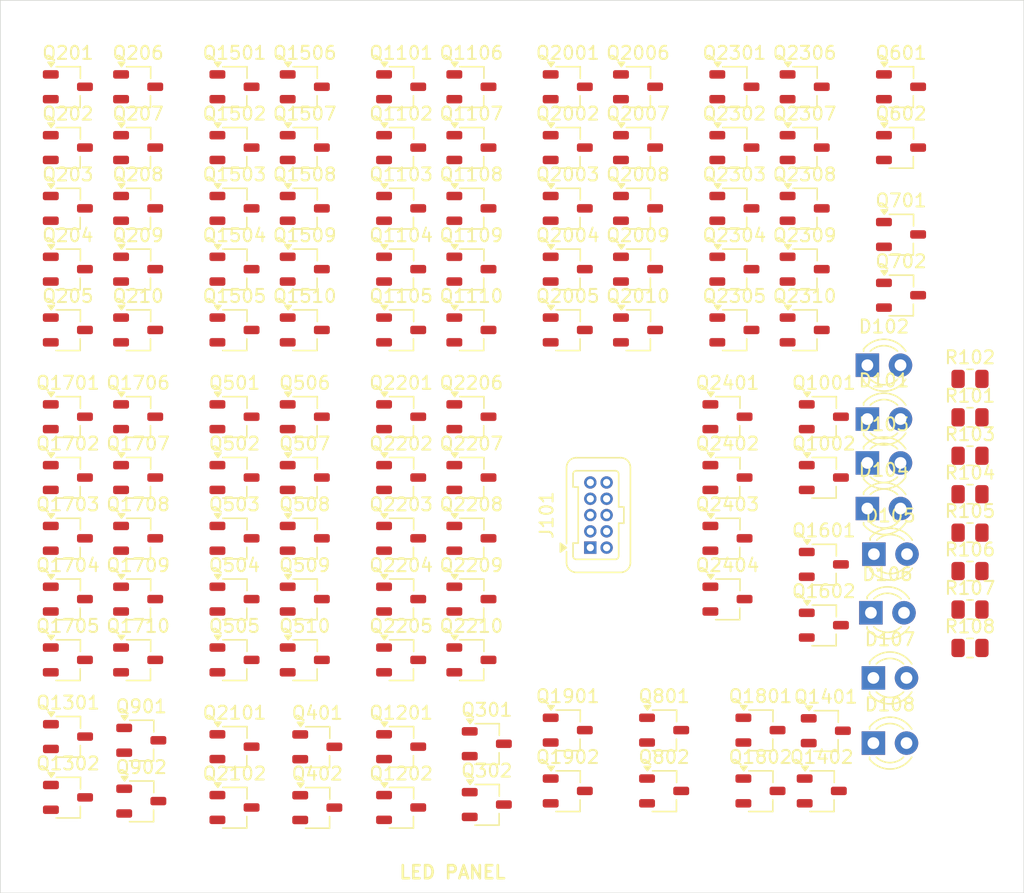
<source format=kicad_pcb>
(kicad_pcb (version 20241229) (generator "pcbnew") (generator_version "9.0")
  (layers (0 "F.Cu" signal) (2 "B.Cu" signal) (13 "F.Paste" user) (15 "B.Paste" user) (5 "F.SilkS" user "F.Silkscreen") (7 "B.SilkS" user "B.Silkscreen") (1 "F.Mask" user) (3 "B.Mask" user) (25 "Edge.Cuts" user))
  (net 0 "")
  (net 1 "Net-(D104-A)")
  (net 2 "GND")
  (net 3 "/2and2/A")
  (net 4 "/CTRL0")
  (net 5 "VCC")
  (net 7 "/sub_ctrl3")
  (net 8 "Net-(Q501-D)")
  (net 9 "/4and2/B")
  (net 10 "Net-(D101-A)")
  (net 11 "Net-(Q504-S)")
  (net 13 "/CTRL4")
  (net 15 "/CTRL3")
  (net 16 "/4and2/C")
  (net 17 "/4and2/Y")
  (net 18 "/CTRL2")
  (net 19 "/CTRL1")
  (net 20 "Net-(D102-A)")
  (net 21 "Net-(D103-A)")
  (net 22 "Net-(D105-A)")
  (net 23 "Net-(D106-A)")
  (net 24 "Net-(D107-A)")
  (net 25 "Net-(D108-A)")
  (net 27 "Net-(Q201-D)")
  (net 28 "/4and3/B")
  (net 29 "Net-(Q204-S)")
  (net 32 "/4and3/C")
  (net 33 "/4and3/Y")
  (net 34 "/4and2/D")
  (net 35 "Net-(Q1101-D)")
  (net 36 "/4and4/D")
  (net 37 "/4and4/B")
  (net 38 "Net-(Q1104-S)")
  (net 41 "/4and4/Y")
  (net 42 "Net-(Q1501-D)")
  (net 44 "Net-(Q1504-S)")
  (net 46 "Net-(Q202-S)")
  (net 47 "/4and6/Y")
  (net 48 "Net-(Q1701-D)")
  (net 49 "/4and7/D")
  (net 50 "Net-(Q1704-S)")
  (net 51 "Net-(Q203-S)")
  (net 52 "/2and2/nand2_1/Y")
  (net 53 "Net-(Q502-S)")
  (net 54 "/4and7/Y")
  (net 55 "Net-(Q2001-D)")
  (net 56 "Net-(Q2004-S)")
  (net 57 "Net-(Q503-S)")
  (net 58 "/4and8/C")
  (net 59 "Net-(Q1102-S)")
  (net 60 "/4and8/Y")
  (net 61 "/4and9/D")
  (net 62 "Net-(Q2201-D)")
  (net 63 "Net-(Q2204-S)")
  (net 64 "Net-(Q1103-S)")
  (net 65 "/4and5/B")
  (net 66 "/4and9/Y")
  (net 67 "Net-(Q1502-S)")
  (net 68 "Net-(Q1503-S)")
  (net 69 "/4and5/Y")
  (net 70 "Net-(Q1702-S)")
  (net 71 "Net-(Q1703-S)")
  (net 72 "/4and9/C")
  (net 73 "Net-(Q2002-S)")
  (net 74 "Net-(Q2003-S)")
  (net 75 "Net-(Q2202-S)")
  (net 76 "Net-(Q2203-S)")
  (net 77 "Net-(Q2301-D)")
  (net 78 "Net-(Q2302-S)")
  (net 79 "Net-(Q2303-S)")
  (net 80 "Net-(Q2304-S)")
  (net 81 "Net-(Q2402-S)")
  (footprint "Package_TO_SOT_SMD:TSOT-23" (layer "F.Cu") (at 86.41 72.3)
    (property "Reference" "Q2007" (at 0 -2.6 0) (layer "F.SilkS"))
    (property "Value" "PMOS")
    (pad "1" smd roundrect (at -1.31 -0.95) (size 1.22 0.65) (layers "F.Cu" "F.Mask" "F.Paste") (net 55 "Net-(Q2001-D)"))
    (pad "2" smd roundrect (at -1.31 0.95) (size 1.22 0.65) (layers "F.Cu" "F.Mask" "F.Paste") (net 19 "/CTRL1"))
    (pad "3" smd roundrect (at 1.31 0) (size 1.22 0.65) (layers "F.Cu" "F.Mask" "F.Paste") (net 5 "VCC"))
  )
  (footprint "Package_TO_SOT_SMD:TSOT-23" (layer "F.Cu") (at 60.85 86.295)
    (property "Reference" "Q1510" (at 0 -2.6 0) (layer "F.SilkS"))
    (property "Value" "NMOS")
    (pad "1" smd roundrect (at -1.31 -0.95) (size 1.22 0.65) (layers "F.Cu" "F.Mask" "F.Paste") (net 69 "/4and5/Y"))
    (pad "2" smd roundrect (at -1.31 0.95) (size 1.22 0.65) (layers "F.Cu" "F.Mask" "F.Paste") (net 42 "Net-(Q1501-D)"))
    (pad "3" smd roundrect (at 1.31 0) (size 1.22 0.65) (layers "F.Cu" "F.Mask" "F.Paste") (net 2 "GND"))
  )
  (footprint "Package_TO_SOT_SMD:TSOT-23" (layer "F.Cu") (at 68.24 67.635)
    (property "Reference" "Q1101" (at 0 -2.6 0) (layer "F.SilkS"))
    (property "Value" "PMOS")
    (pad "1" smd roundrect (at -1.31 -0.95) (size 1.22 0.65) (layers "F.Cu" "F.Mask" "F.Paste") (net 35 "Net-(Q1101-D)"))
    (pad "2" smd roundrect (at -1.31 0.95) (size 1.22 0.65) (layers "F.Cu" "F.Mask" "F.Paste") (net 7 "/sub_ctrl3"))
    (pad "3" smd roundrect (at 1.31 0) (size 1.22 0.65) (layers "F.Cu" "F.Mask" "F.Paste") (net 5 "VCC"))
  )
  (footprint "Resistor_SMD:R_0805_2012Metric" (layer "F.Cu") (at 111.87 93)
    (property "Reference" "R101" (at 0 -1.65 0) (layer "F.SilkS"))
    (property "Value" "330")
    (pad "1" smd roundrect (at -0.9125 0) (size 1.025 1.4) (layers "F.Cu" "F.Mask" "F.Paste") (roundrect_rratio 0.243902) (net 17 "/4and2/Y"))
    (pad "2" smd roundrect (at 0.9125 0) (size 1.025 1.4) (layers "F.Cu" "F.Mask" "F.Paste") (roundrect_rratio 0.243902) (net 10 "Net-(D101-A)"))
  )
  (footprint "Package_TO_SOT_SMD:TSOT-23" (layer "F.Cu") (at 68.24 106.95)
    (property "Reference" "Q2204" (at 0 -2.6 0) (layer "F.SilkS"))
    (property "Value" "NMOS")
    (pad "1" smd roundrect (at -1.31 -0.95) (size 1.22 0.65) (layers "F.Cu" "F.Mask" "F.Paste") (net 76 "Net-(Q2203-S)"))
    (pad "2" smd roundrect (at -1.31 0.95) (size 1.22 0.65) (layers "F.Cu" "F.Mask" "F.Paste") (net 58 "/4and8/C"))
    (pad "3" smd roundrect (at 1.31 0) (size 1.22 0.65) (layers "F.Cu" "F.Mask" "F.Paste") (net 63 "Net-(Q2204-S)"))
  )
  (footprint "Package_TO_SOT_SMD:TSOT-23" (layer "F.Cu") (at 93.8 81.63)
    (property "Reference" "Q2304" (at 0 -2.6 0) (layer "F.SilkS"))
    (property "Value" "NMOS")
    (pad "1" smd roundrect (at -1.31 -0.95) (size 1.22 0.65) (layers "F.Cu" "F.Mask" "F.Paste") (net 79 "Net-(Q2303-S)"))
    (pad "2" smd roundrect (at -1.31 0.95) (size 1.22 0.65) (layers "F.Cu" "F.Mask" "F.Paste") (net 72 "/4and9/C"))
    (pad "3" smd roundrect (at 1.31 0) (size 1.22 0.65) (layers "F.Cu" "F.Mask" "F.Paste") (net 80 "Net-(Q2304-S)"))
  )
  (footprint "Package_TO_SOT_SMD:TSOT-23" (layer "F.Cu") (at 48.07 111.615)
    (property "Reference" "Q1710" (at 0 -2.6 0) (layer "F.SilkS"))
    (property "Value" "NMOS")
    (pad "1" smd roundrect (at -1.31 -0.95) (size 1.22 0.65) (layers "F.Cu" "F.Mask" "F.Paste") (net 47 "/4and6/Y"))
    (pad "2" smd roundrect (at -1.31 0.95) (size 1.22 0.65) (layers "F.Cu" "F.Mask" "F.Paste") (net 48 "Net-(Q1701-D)"))
    (pad "3" smd roundrect (at 1.31 0) (size 1.22 0.65) (layers "F.Cu" "F.Mask" "F.Paste") (net 2 "GND"))
  )
  (footprint "Package_TO_SOT_SMD:TSOT-23" (layer "F.Cu") (at 48.07 72.3)
    (property "Reference" "Q207" (at 0 -2.6 0) (layer "F.SilkS"))
    (property "Value" "PMOS")
    (pad "1" smd roundrect (at -1.31 -0.95) (size 1.22 0.65) (layers "F.Cu" "F.Mask" "F.Paste") (net 27 "Net-(Q201-D)"))
    (pad "2" smd roundrect (at -1.31 0.95) (size 1.22 0.65) (layers "F.Cu" "F.Mask" "F.Paste") (net 32 "/4and3/C"))
    (pad "3" smd roundrect (at 1.31 0) (size 1.22 0.65) (layers "F.Cu" "F.Mask" "F.Paste") (net 5 "VCC"))
  )
  (footprint "Resistor_SMD:R_0805_2012Metric" (layer "F.Cu") (at 111.87 98.9)
    (property "Reference" "R104" (at 0 -1.65 0) (layer "F.SilkS"))
    (property "Value" "330")
    (pad "1" smd roundrect (at -0.9125 0) (size 1.025 1.4) (layers "F.Cu" "F.Mask" "F.Paste") (roundrect_rratio 0.243902) (net 69 "/4and5/Y"))
    (pad "2" smd roundrect (at 0.9125 0) (size 1.025 1.4) (layers "F.Cu" "F.Mask" "F.Paste") (roundrect_rratio 0.243902) (net 1 "Net-(D104-A)"))
  )
  (footprint "Package_TO_SOT_SMD:TSOT-23" (layer "F.Cu") (at 48.07 102.285)
    (property "Reference" "Q1708" (at 0 -2.6 0) (layer "F.SilkS"))
    (property "Value" "PMOS")
    (pad "1" smd roundrect (at -1.31 -0.95) (size 1.22 0.65) (layers "F.Cu" "F.Mask" "F.Paste") (net 48 "Net-(Q1701-D)"))
    (pad "2" smd roundrect (at -1.31 0.95) (size 1.22 0.65) (layers "F.Cu" "F.Mask" "F.Paste") (net 4 "/CTRL0"))
    (pad "3" smd roundrect (at 1.31 0) (size 1.22 0.65) (layers "F.Cu" "F.Mask" "F.Paste") (net 5 "VCC"))
  )
  (footprint "Package_TO_SOT_SMD:TSOT-23" (layer "F.Cu") (at 99.19 81.63)
    (property "Reference" "Q2309" (at 0 -2.6 0) (layer "F.SilkS"))
    (property "Value" "PMOS")
    (pad "1" smd roundrect (at -1.31 -0.95) (size 1.22 0.65) (layers "F.Cu" "F.Mask" "F.Paste") (net 66 "/4and9/Y"))
    (pad "2" smd roundrect (at -1.31 0.95) (size 1.22 0.65) (layers "F.Cu" "F.Mask" "F.Paste") (net 77 "Net-(Q2301-D)"))
    (pad "3" smd roundrect (at 1.31 0) (size 1.22 0.65) (layers "F.Cu" "F.Mask" "F.Paste") (net 5 "VCC"))
  )
  (footprint "Resistor_SMD:R_0805_2012Metric" (layer "F.Cu") (at 111.87 101.85)
    (property "Reference" "R105" (at 0 -1.65 0) (layer "F.SilkS"))
    (property "Value" "330")
    (pad "1" smd roundrect (at -0.9125 0) (size 1.025 1.4) (layers "F.Cu" "F.Mask" "F.Paste") (roundrect_rratio 0.243902) (net 66 "/4and9/Y"))
    (pad "2" smd roundrect (at 0.9125 0) (size 1.025 1.4) (layers "F.Cu" "F.Mask" "F.Paste") (roundrect_rratio 0.243902) (net 22 "Net-(D105-A)"))
  )
  (footprint "Package_TO_SOT_SMD:TSOT-23" (layer "F.Cu") (at 60.85 97.62)
    (property "Reference" "Q507" (at 0 -2.6 0) (layer "F.SilkS"))
    (property "Value" "PMOS")
    (pad "1" smd roundrect (at -1.31 -0.95) (size 1.22 0.65) (layers "F.Cu" "F.Mask" "F.Paste") (net 8 "Net-(Q501-D)"))
    (pad "2" smd roundrect (at -1.31 0.95) (size 1.22 0.65) (layers "F.Cu" "F.Mask" "F.Paste") (net 16 "/4and2/C"))
    (pad "3" smd roundrect (at 1.31 0) (size 1.22 0.65) (layers "F.Cu" "F.Mask" "F.Paste") (net 5 "VCC"))
  )
  (footprint "Package_TO_SOT_SMD:TSOT-23" (layer "F.Cu") (at 74.81 118.05)
    (property "Reference" "Q301" (at 0 -2.6 0) (layer "F.SilkS"))
    (property "Value" "PMOS")
    (pad "1" smd roundrect (at -1.31 -0.95) (size 1.22 0.65) (layers "F.Cu" "F.Mask" "F.Paste") (net 9 "/4and2/B"))
    (pad "2" smd roundrect (at -1.31 0.95) (size 1.22 0.65) (layers "F.Cu" "F.Mask" "F.Paste") (net 18 "/CTRL2"))
    (pad "3" smd roundrect (at 1.31 0) (size 1.22 0.65) (layers "F.Cu" "F.Mask" "F.Paste") (net 5 "VCC"))
  )
  (footprint "Package_TO_SOT_SMD:TSOT-23" (layer "F.Cu") (at 81.02 117.005)
    (property "Reference" "Q1901" (at 0 -2.6 0) (layer "F.SilkS"))
    (property "Value" "PMOS")
    (pad "1" smd roundrect (at -1.31 -0.95) (size 1.22 0.65) (layers "F.Cu" "F.Mask" "F.Paste") (net 72 "/4and9/C"))
    (pad "2" smd roundrect (at -1.31 0.95) (size 1.22 0.65) (layers "F.Cu" "F.Mask" "F.Paste") (net 19 "/CTRL1"))
    (pad "3" smd roundrect (at 1.31 0) (size 1.22 0.65) (layers "F.Cu" "F.Mask" "F.Paste") (net 5 "VCC"))
  )
  (footprint "Package_TO_SOT_SMD:TSOT-23" (layer "F.Cu") (at 93.27 92.955)
    (property "Reference" "Q2401" (at 0 -2.6 0) (layer "F.SilkS"))
    (property "Value" "PMOS")
    (pad "1" smd roundrect (at -1.31 -0.95) (size 1.22 0.65) (layers "F.Cu" "F.Mask" "F.Paste") (net 52 "/2and2/nand2_1/Y"))
    (pad "2" smd roundrect (at -1.31 0.95) (size 1.22 0.65) (layers "F.Cu" "F.Mask" "F.Paste") (net 3 "/2and2/A"))
    (pad "3" smd roundrect (at 1.31 0) (size 1.22 0.65) (layers "F.Cu" "F.Mask" "F.Paste") (net 5 "VCC"))
  )
  (footprint "Package_TO_SOT_SMD:TSOT-23" (layer "F.Cu") (at 93.8 86.295)
    (property "Reference" "Q2305" (at 0 -2.6 0) (layer "F.SilkS"))
    (property "Value" "NMOS")
    (pad "1" smd roundrect (at -1.31 -0.95) (size 1.22 0.65) (layers "F.Cu" "F.Mask" "F.Paste") (net 80 "Net-(Q2304-S)"))
    (pad "2" smd roundrect (at -1.31 0.95) (size 1.22 0.65) (layers "F.Cu" "F.Mask" "F.Paste") (net 61 "/4and9/D"))
    (pad "3" smd roundrect (at 1.31 0) (size 1.22 0.65) (layers "F.Cu" "F.Mask" "F.Paste") (net 2 "GND"))
  )
  (footprint "Package_TO_SOT_SMD:TSOT-23" (layer "F.Cu") (at 48.31 122.45)
    (property "Reference" "Q902" (at 0 -2.6 0) (layer "F.SilkS"))
    (property "Value" "NMOS")
    (pad "1" smd roundrect (at -1.31 -0.95) (size 1.22 0.65) (layers "F.Cu" "F.Mask" "F.Paste") (net 32 "/4and3/C"))
    (pad "2" smd roundrect (at -1.31 0.95) (size 1.22 0.65) (layers "F.Cu" "F.Mask" "F.Paste") (net 19 "/CTRL1"))
    (pad "3" smd roundrect (at 1.31 0) (size 1.22 0.65) (layers "F.Cu" "F.Mask" "F.Paste") (net 2 "GND"))
  )
  (footprint "Package_TO_SOT_SMD:TSOT-23" (layer "F.Cu") (at 68.24 97.62)
    (property "Reference" "Q2202" (at 0 -2.6 0) (layer "F.SilkS"))
    (property "Value" "NMOS")
    (pad "1" smd roundrect (at -1.31 -0.95) (size 1.22 0.65) (layers "F.Cu" "F.Mask" "F.Paste") (net 62 "Net-(Q2201-D)"))
    (pad "2" smd roundrect (at -1.31 0.95) (size 1.22 0.65) (layers "F.Cu" "F.Mask" "F.Paste") (net 18 "/CTRL2"))
    (pad "3" smd roundrect (at 1.31 0) (size 1.22 0.65) (layers "F.Cu" "F.Mask" "F.Paste") (net 75 "Net-(Q2202-S)"))
  )
  (footprint "Package_TO_SOT_SMD:TSOT-23" (layer "F.Cu") (at 68.24 102.285)
    (property "Reference" "Q2203" (at 0 -2.6 0) (layer "F.SilkS"))
    (property "Value" "NMOS")
    (pad "1" smd roundrect (at -1.31 -0.95) (size 1.22 0.65) (layers "F.Cu" "F.Mask" "F.Paste") (net 75 "Net-(Q2202-S)"))
    (pad "2" smd roundrect (at -1.31 0.95) (size 1.22 0.65) (layers "F.Cu" "F.Mask" "F.Paste") (net 7 "/sub_ctrl3"))
    (pad "3" smd roundrect (at 1.31 0) (size 1.22 0.65) (layers "F.Cu" "F.Mask" "F.Paste") (net 76 "Net-(Q2203-S)"))
  )
  (footprint "Package_TO_SOT_SMD:TSOT-23" (layer "F.Cu") (at 74.81 122.715)
    (property "Reference" "Q302" (at 0 -2.6 0) (layer "F.SilkS"))
    (property "Value" "NMOS")
    (pad "1" smd roundrect (at -1.31 -0.95) (size 1.22 0.65) (layers "F.Cu" "F.Mask" "F.Paste") (net 9 "/4and2/B"))
    (pad "2" smd roundrect (at -1.31 0.95) (size 1.22 0.65) (layers "F.Cu" "F.Mask" "F.Paste") (net 18 "/CTRL2"))
    (pad "3" smd roundrect (at 1.31 0) (size 1.22 0.65) (layers "F.Cu" "F.Mask" "F.Paste") (net 2 "GND"))
  )
  (footprint "Package_TO_SOT_SMD:TSOT-23" (layer "F.Cu") (at 68.24 122.94)
    (property "Reference" "Q1202" (at 0 -2.6 0) (layer "F.SilkS"))
    (property "Value" "NMOS")
    (pad "1" smd roundrect (at -1.31 -0.95) (size 1.22 0.65) (layers "F.Cu" "F.Mask" "F.Paste") (net 36 "/4and4/D"))
    (pad "2" smd roundrect (at -1.31 0.95) (size 1.22 0.65) (layers "F.Cu" "F.Mask" "F.Paste") (net 4 "/CTRL0"))
    (pad "3" smd roundrect (at 1.31 0) (size 1.22 0.65) (layers "F.Cu" "F.Mask" "F.Paste") (net 2 "GND"))
  )
  (footprint "Package_TO_SOT_SMD:TSOT-23" (layer "F.Cu") (at 99.19 67.635)
    (property "Reference" "Q2306" (at 0 -2.6 0) (layer "F.SilkS"))
    (property "Value" "PMOS")
    (pad "1" smd roundrect (at -1.31 -0.95) (size 1.22 0.65) (layers "F.Cu" "F.Mask" "F.Paste") (net 77 "Net-(Q2301-D)"))
    (pad "2" smd roundrect (at -1.31 0.95) (size 1.22 0.65) (layers "F.Cu" "F.Mask" "F.Paste") (net 18 "/CTRL2"))
    (pad "3" smd roundrect (at 1.31 0) (size 1.22 0.65) (layers "F.Cu" "F.Mask" "F.Paste") (net 5 "VCC"))
  )
  (footprint "Package_TO_SOT_SMD:TSOT-23" (layer "F.Cu") (at 55.46 86.295)
    (property "Reference" "Q1505" (at 0 -2.6 0) (layer "F.SilkS"))
    (property "Value" "NMOS")
    (pad "1" smd roundrect (at -1.31 -0.95) (size 1.22 0.65) (layers "F.Cu" "F.Mask" "F.Paste") (net 44 "Net-(Q1504-S)"))
    (pad "2" smd roundrect (at -1.31 0.95) (size 1.22 0.65) (layers "F.Cu" "F.Mask" "F.Paste") (net 4 "/CTRL0"))
    (pad "3" smd roundrect (at 1.31 0) (size 1.22 0.65) (layers "F.Cu" "F.Mask" "F.Paste") (net 2 "GND"))
  )
  (footprint "Package_TO_SOT_SMD:TSOT-23" (layer "F.Cu") (at 42.68 76.965)
    (property "Reference" "Q203" (at 0 -2.6 0) (layer "F.SilkS"))
    (property "Value" "NMOS")
    (pad "1" smd roundrect (at -1.31 -0.95) (size 1.22 0.65) (layers "F.Cu" "F.Mask" "F.Paste") (net 46 "Net-(Q202-S)"))
    (pad "2" smd roundrect (at -1.31 0.95) (size 1.22 0.65) (layers "F.Cu" "F.Mask" "F.Paste") (net 7 "/sub_ctrl3"))
    (pad "3" smd roundrect (at 1.31 0) (size 1.22 0.65) (layers "F.Cu" "F.Mask" "F.Paste") (net 51 "Net-(Q203-S)"))
  )
  (footprint "LED_THT:LED_D3.0mm" (layer "F.Cu") (at 104.46 113)
    (property "Reference" "D107" (at 1.27 -2.96 0) (layer "F.SilkS"))
    (property "Value" "LED14")
    (pad "1" thru_hole rect (at 0 0) (size 1.8 1.8) (drill 0.9) (layers "*.Cu" "*.Mask") (net 2 "GND"))
    (pad "2" thru_hole circle (at 2.54 0) (size 1.8 1.8) (drill 0.9) (layers "*.Cu" "*.Mask") (net 24 "Net-(D107-A)"))
  )
  (footprint "Package_TO_SOT_SMD:TSOT-23" (layer "F.Cu") (at 55.46 97.62)
    (property "Reference" "Q502" (at 0 -2.6 0) (layer "F.SilkS"))
    (property "Value" "NMOS")
    (pad "1" smd roundrect (at -1.31 -0.95) (size 1.22 0.65) (layers "F.Cu" "F.Mask" "F.Paste") (net 8 "Net-(Q501-D)"))
    (pad "2" smd roundrect (at -1.31 0.95) (size 1.22 0.65) (layers "F.Cu" "F.Mask" "F.Paste") (net 9 "/4and2/B"))
    (pad "3" smd roundrect (at 1.31 0) (size 1.22 0.65) (layers "F.Cu" "F.Mask" "F.Paste") (net 53 "Net-(Q502-S)"))
  )
  (footprint "Package_TO_SOT_SMD:TSOT-23" (layer "F.Cu") (at 48.07 86.295)
    (property "Reference" "Q210" (at 0 -2.6 0) (layer "F.SilkS"))
    (property "Value" "NMOS")
    (pad "1" smd roundrect (at -1.31 -0.95) (size 1.22 0.65) (layers "F.Cu" "F.Mask" "F.Paste") (net 33 "/4and3/Y"))
    (pad "2" smd roundrect (at -1.31 0.95) (size 1.22 0.65) (layers "F.Cu" "F.Mask" "F.Paste") (net 27 "Net-(Q201-D)"))
    (pad "3" smd roundrect (at 1.31 0) (size 1.22 0.65) (layers "F.Cu" "F.Mask" "F.Paste") (net 2 "GND"))
  )
  (footprint "Resistor_SMD:R_0805_2012Metric" (layer "F.Cu") (at 111.87 95.95)
    (property "Reference" "R103" (at 0 -1.65 0) (layer "F.SilkS"))
    (property "Value" "330")
    (pad "1" smd roundrect (at -0.9125 0) (size 1.025 1.4) (layers "F.Cu" "F.Mask" "F.Paste") (roundrect_rratio 0.243902) (net 41 "/4and4/Y"))
    (pad "2" smd roundrect (at 0.9125 0) (size 1.025 1.4) (layers "F.Cu" "F.Mask" "F.Paste") (roundrect_rratio 0.243902) (net 21 "Net-(D103-A)"))
  )
  (footprint "Package_TO_SOT_SMD:TSOT-23" (layer "F.Cu") (at 55.46 102.285)
    (property "Reference" "Q503" (at 0 -2.6 0) (layer "F.SilkS"))
    (property "Value" "NMOS")
    (pad "1" smd roundrect (at -1.31 -0.95) (size 1.22 0.65) (layers "F.Cu" "F.Mask" "F.Paste") (net 53 "Net-(Q502-S)"))
    (pad "2" smd roundrect (at -1.31 0.95) (size 1.22 0.65) (layers "F.Cu" "F.Mask" "F.Paste") (net 7 "/sub_ctrl3"))
    (pad "3" smd roundrect (at 1.31 0) (size 1.22 0.65) (layers "F.Cu" "F.Mask" "F.Paste") (net 57 "Net-(Q503-S)"))
  )
  (footprint "Package_TO_SOT_SMD:TSOT-23" (layer "F.Cu") (at 55.46 111.615)
    (property "Reference" "Q505" (at 0 -2.6 0) (layer "F.SilkS"))
    (property "Value" "NMOS")
    (pad "1" smd roundrect (at -1.31 -0.95) (size 1.22 0.65) (layers "F.Cu" "F.Mask" "F.Paste") (net 11 "Net-(Q504-S)"))
    (pad "2" smd roundrect (at -1.31 0.95) (size 1.22 0.65) (layers "F.Cu" "F.Mask" "F.Paste") (net 34 "/4and2/D"))
    (pad "3" smd roundrect (at 1.31 0) (size 1.22 0.65) (layers "F.Cu" "F.Mask" "F.Paste") (net 2 "GND"))
  )
  (footprint "Package_TO_SOT_SMD:TSOT-23" (layer "F.Cu") (at 60.85 102.285)
    (property "Reference" "Q508" (at 0 -2.6 0) (layer "F.SilkS"))
    (property "Value" "PMOS")
    (pad "1" smd roundrect (at -1.31 -0.95) (size 1.22 0.65) (layers "F.Cu" "F.Mask" "F.Paste") (net 8 "Net-(Q501-D)"))
    (pad "2" smd roundrect (at -1.31 0.95) (size 1.22 0.65) (layers "F.Cu" "F.Mask" "F.Paste") (net 34 "/4and2/D"))
    (pad "3" smd roundrect (at 1.31 0) (size 1.22 0.65) (layers "F.Cu" "F.Mask" "F.Paste") (net 5 "VCC"))
  )
  (footprint "Package_TO_SOT_SMD:TSOT-23" (layer "F.Cu") (at 60.85 76.965)
    (property "Reference" "Q1508" (at 0 -2.6 0) (layer "F.SilkS"))
    (property "Value" "PMOS")
    (pad "1" smd roundrect (at -1.31 -0.95) (size 1.22 0.65) (layers "F.Cu" "F.Mask" "F.Paste") (net 42 "Net-(Q1501-D)"))
    (pad "2" smd roundrect (at -1.31 0.95) (size 1.22 0.65) (layers "F.Cu" "F.Mask" "F.Paste") (net 4 "/CTRL0"))
    (pad "3" smd roundrect (at 1.31 0) (size 1.22 0.65) (layers "F.Cu" "F.Mask" "F.Paste") (net 5 "VCC"))
  )
  (footprint "Package_TO_SOT_SMD:TSOT-23" (layer "F.Cu") (at 86.41 76.965)
    (property "Reference" "Q2008" (at 0 -2.6 0) (layer "F.SilkS"))
    (property "Value" "PMOS")
    (pad "1" smd roundrect (at -1.31 -0.95) (size 1.22 0.65) (layers "F.Cu" "F.Mask" "F.Paste") (net 55 "Net-(Q2001-D)"))
    (pad "2" smd roundrect (at -1.31 0.95) (size 1.22 0.65) (layers "F.Cu" "F.Mask" "F.Paste") (net 49 "/4and7/D"))
    (pad "3" smd roundrect (at 1.31 0) (size 1.22 0.65) (layers "F.Cu" "F.Mask" "F.Paste") (net 5 "VCC"))
  )
  (footprint "Package_TO_SOT_SMD:TSOT-23" (layer "F.Cu") (at 60.85 81.63)
    (property "Reference" "Q1509" (at 0 -2.6 0) (layer "F.SilkS"))
    (property "Value" "PMOS")
    (pad "1" smd roundrect (at -1.31 -0.95) (size 1.22 0.65) (layers "F.Cu" "F.Mask" "F.Paste") (net 69 "/4and5/Y"))
    (pad "2" smd roundrect (at -1.31 0.95) (size 1.22 0.65) (layers "F.Cu" "F.Mask" "F.Paste") (net 42 "Net-(Q1501-D)"))
    (pad "3" smd roundrect (at 1.31 0) (size 1.22 0.65) (layers "F.Cu" "F.Mask" "F.Paste") (net 5 "VCC"))
  )
  (footprint "Package_TO_SOT_SMD:TSOT-23" (layer "F.Cu") (at 55.46 76.965)
    (property "Reference" "Q1503" (at 0 -2.6 0) (layer "F.SilkS"))
    (property "Value" "NMOS")
    (pad "1" smd roundrect (at -1.31 -0.95) (size 1.22 0.65) (layers "F.Cu" "F.Mask" "F.Paste") (net 67 "Net-(Q1502-S)"))
    (pad "2" smd roundrect (at -1.31 0.95) (size 1.22 0.65) (layers "F.Cu" "F.Mask" "F.Paste") (net 7 "/sub_ctrl3"))
    (pad "3" smd roundrect (at 1.31 0) (size 1.22 0.65) (layers "F.Cu" "F.Mask" "F.Paste") (net 68 "Net-(Q1503-S)"))
  )
  (footprint "Package_TO_SOT_SMD:TSOT-23" (layer "F.Cu") (at 55.46 72.3)
    (property "Reference" "Q1502" (at 0 -2.6 0) (layer "F.SilkS"))
    (property "Value" "NMOS")
    (pad "1" smd roundrect (at -1.31 -0.95) (size 1.22 0.65) (layers "F.Cu" "F.Mask" "F.Paste") (net 42 "Net-(Q1501-D)"))
    (pad "2" smd roundrect (at -1.31 0.95) (size 1.22 0.65) (layers "F.Cu" "F.Mask" "F.Paste") (net 65 "/4and5/B"))
    (pad "3" smd roundrect (at 1.31 0) (size 1.22 0.65) (layers "F.Cu" "F.Mask" "F.Paste") (net 67 "Net-(Q1502-S)"))
  )
  (footprint "Package_TO_SOT_SMD:TSOT-23" (layer "F.Cu") (at 73.63 102.285)
    (property "Reference" "Q2208" (at 0 -2.6 0) (layer "F.SilkS"))
    (property "Value" "PMOS")
    (pad "1" smd roundrect (at -1.31 -0.95) (size 1.22 0.65) (layers "F.Cu" "F.Mask" "F.Paste") (net 62 "Net-(Q2201-D)"))
    (pad "2" smd roundrect (at -1.31 0.95) (size 1.22 0.65) (layers "F.Cu" "F.Mask" "F.Paste") (net 4 "/CTRL0"))
    (pad "3" smd roundrect (at 1.31 0) (size 1.22 0.65) (layers "F.Cu" "F.Mask" "F.Paste") (net 5 "VCC"))
  )
  (footprint "Resistor_SMD:R_0805_2012Metric" (layer "F.Cu") (at 111.87 90.05)
    (property "Reference" "R102" (at 0 -1.65 0) (layer "F.SilkS"))
    (property "Value" "330")
    (pad "1" smd roundrect (at -0.9125 0) (size 1.025 1.4) (layers "F.Cu" "F.Mask" "F.Paste") (roundrect_rratio 0.243902) (net 33 "/4and3/Y"))
    (pad "2" smd roundrect (at 0.9125 0) (size 1.025 1.4) (layers "F.Cu" "F.Mask" "F.Paste") (roundrect_rratio 0.243902) (net 20 "Net-(D102-A)"))
  )
  (footprint "Package_TO_SOT_SMD:TSOT-23" (layer "F.Cu") (at 73.63 76.965)
    (property "Reference" "Q1108" (at 0 -2.6 0) (layer "F.SilkS"))
    (property "Value" "PMOS")
    (pad "1" smd roundrect (at -1.31 -0.95) (size 1.22 0.65) (layers "F.Cu" "F.Mask" "F.Paste") (net 35 "Net-(Q1101-D)"))
    (pad "2" smd roundrect (at -1.31 0.95) (size 1.22 0.65) (layers "F.Cu" "F.Mask" "F.Paste") (net 36 "/4and4/D"))
    (pad "3" smd roundrect (at 1.31 0) (size 1.22 0.65) (layers "F.Cu" "F.Mask" "F.Paste") (net 5 "VCC"))
  )
  (footprint "Connector_Harwin:Harwin_Gecko-G125-FVX1005L0X_2x05_P1.25mm_Vertical" (layer "F.Cu") (at 82.75 103 90)
    (property "Reference" "J101" (at 2.5 -3.35 90) (layer "F.SilkS"))
    (property "Value" "Conn_01x10_Socket")
    (pad "1" thru_hole rect (at 0 0 90) (size 0.95 0.95) (drill 0.55) (layers "*.Cu" "*.Mask"))
    (pad "2" thru_hole circle (at 1.25 0 90) (size 0.95 0.95) (drill 0.55) (layers "*.Cu" "*.Mask"))
    (pad "3" thru_hole circle (at 2.5 0 90) (size 0.95 0.95) (drill 0.55) (layers "*.Cu" "*.Mask"))
    (pad "4" thru_hole circle (at 3.75 0 90) (size 0.95 0.95) (drill 0.55) (layers "*.Cu" "*.Mask"))
    (pad "5" thru_hole circle (at 5 0 90) (size 0.95 0.95) (drill 0.55) (layers "*.Cu" "*.Mask"))
    (pad "6" thru_hole circle (at 0 1.25 90) (size 0.95 0.95) (drill 0.55) (layers "*.Cu" "*.Mask"))
    (pad "7" thru_hole circle (at 1.25 1.25 90) (size 0.95 0.95) (drill 0.55) (layers "*.Cu" "*.Mask"))
    (pad "8" thru_hole circle (at 2.5 1.25 90) (size 0.95 0.95) (drill 0.55) (layers "*.Cu" "*.Mask"))
    (pad "9" thru_hole circle (at 3.75 1.25 90) (size 0.95 0.95) (drill 0.55) (layers "*.Cu" "*.Mask"))
    (pad "10" thru_hole circle (at 5 1.25 90) (size 0.95 0.95) (drill 0.55) (layers "*.Cu" "*.Mask"))
  )
  (footprint "Package_TO_SOT_SMD:TSOT-23" (layer "F.Cu") (at 60.85 111.615)
    (property "Reference" "Q510" (at 0 -2.6 0) (layer "F.SilkS"))
    (property "Value" "NMOS")
    (pad "1" smd roundrect (at -1.31 -0.95) (size 1.22 0.65) (layers "F.Cu" "F.Mask" "F.Paste") (net 17 "/4and2/Y"))
    (pad "2" smd roundrect (at -1.31 0.95) (size 1.22 0.65) (layers "F.Cu" "F.Mask" "F.Paste") (net 8 "Net-(Q501-D)"))
    (pad "3" smd roundrect (at 1.31 0) (size 1.22 0.65) (layers "F.Cu" "F.Mask" "F.Paste") (net 2 "GND"))
  )
  (footprint "Package_TO_SOT_SMD:TSOT-23" (layer "F.Cu") (at 68.24 92.955)
    (property "Reference" "Q2201" (at 0 -2.6 0) (layer "F.SilkS"))
    (property "Value" "PMOS")
    (pad "1" smd roundrect (at -1.31 -0.95) (size 1.22 0.65) (layers "F.Cu" "F.Mask" "F.Paste") (net 62 "Net-(Q2201-D)"))
    (pad "2" smd roundrect (at -1.31 0.95) (size 1.22 0.65) (layers "F.Cu" "F.Mask" "F.Paste") (net 7 "/sub_ctrl3"))
    (pad "3" smd roundrect (at 1.31 0) (size 1.22 0.65) (layers "F.Cu" "F.Mask" "F.Paste") (net 5 "VCC"))
  )
  (footprint "Package_TO_SOT_SMD:TSOT-23" (layer "F.Cu") (at 73.63 92.955)
    (property "Reference" "Q2206" (at 0 -2.6 0) (layer "F.SilkS"))
    (property "Value" "PMOS")
    (pad "1" smd roundrect (at -1.31 -0.95) (size 1.22 0.65) (layers "F.Cu" "F.Mask" "F.Paste") (net 62 "Net-(Q2201-D)"))
    (pad "2" smd roundrect (at -1.31 0.95) (size 1.22 0.65) (layers "F.Cu" "F.Mask" "F.Paste") (net 18 "/CTRL2"))
    (pad "3" smd roundrect (at 1.31 0) (size 1.22 0.65) (layers "F.Cu" "F.Mask" "F.Paste") (net 5 "VCC"))
  )
  (footprint "Package_TO_SOT_SMD:TSOT-23" (layer "F.Cu") (at 81.02 72.3)
    (property "Reference" "Q2002" (at 0 -2.6 0) (layer "F.SilkS"))
    (property "Value" "NMOS")
    (pad "1" smd roundrect (at -1.31 -0.95) (size 1.22 0.65) (layers "F.Cu" "F.Mask" "F.Paste") (net 55 "Net-(Q2001-D)"))
    (pad "2" smd roundrect (at -1.31 0.95) (size 1.22 0.65) (layers "F.Cu" "F.Mask" "F.Paste") (net 18 "/CTRL2"))
    (pad "3" smd roundrect (at 1.31 0) (size 1.22 0.65) (layers "F.Cu" "F.Mask" "F.Paste") (net 73 "Net-(Q2002-S)"))
  )
  (footprint "Package_TO_SOT_SMD:TSOT-23" (layer "F.Cu") (at 99.19 76.965)
    (property "Reference" "Q2308" (at 0 -2.6 0) (layer "F.SilkS"))
    (property "Value" "PMOS")
    (pad "1" smd roundrect (at -1.31 -0.95) (size 1.22 0.65) (layers "F.Cu" "F.Mask" "F.Paste") (net 77 "Net-(Q2301-D)"))
    (pad "2" smd roundrect (at -1.31 0.95) (size 1.22 0.65) (layers "F.Cu" "F.Mask" "F.Paste") (net 61 "/4and9/D"))
    (pad "3" smd roundrect (at 1.31 0) (size 1.22 0.65) (layers "F.Cu" "F.Mask" "F.Paste") (net 5 "VCC"))
  )
  (footprint "Package_TO_SOT_SMD:TSOT-23" (layer "F.Cu") (at 55.46 67.635)
    (property "Reference" "Q1501" (at 0 -2.6 0) (layer "F.SilkS"))
    (property "Value" "PMOS")
    (pad "1" smd roundrect (at -1.31 -0.95) (size 1.22 0.65) (layers "F.Cu" "F.Mask" "F.Paste") (net 42 "Net-(Q1501-D)"))
    (pad "2" smd roundrect (at -1.31 0.95) (size 1.22 0.65) (layers "F.Cu" "F.Mask" "F.Paste") (net 7 "/sub_ctrl3"))
    (pad "3" smd roundrect (at 1.31 0) (size 1.22 0.65) (layers "F.Cu" "F.Mask" "F.Paste") (net 5 "VCC"))
  )
  (footprint "Package_TO_SOT_SMD:TSOT-23" (layer "F.Cu") (at 106.58 78.965)
    (property "Reference" "Q701" (at 0 -2.6 0) (layer "F.SilkS"))
    (property "Value" "PMOS")
    (pad "1" smd roundrect (at -1.31 -0.95) (size 1.22 0.65) (layers "F.Cu" "F.Mask" "F.Paste") (net 34 "/4and2/D"))
    (pad "2" smd roundrect (at -1.31 0.95) (size 1.22 0.65) (layers "F.Cu" "F.Mask" "F.Paste") (net 4 "/CTRL0"))
    (pad "3" smd roundrect (at 1.31 0) (size 1.22 0.65) (layers "F.Cu" "F.Mask" "F.Paste") (net 5 "VCC"))
  )
  (footprint "Package_TO_SOT_SMD:TSOT-23" (layer "F.Cu") (at 86.41 81.63)
    (property "Reference" "Q2009" (at 0 -2.6 0) (layer "F.SilkS"))
    (property "Value" "PMOS")
    (pad "1" smd roundrect (at -1.31 -0.95) (size 1.22 0.65) (layers "F.Cu" "F.Mask" "F.Paste") (net 54 "/4and7/Y"))
    (pad "2" smd roundrect (at -1.31 0.95) (size 1.22 0.65) (layers "F.Cu" "F.Mask" "F.Paste") (net 55 "Net-(Q2001-D)"))
    (pad "3" smd roundrect (at 1.31 0) (size 1.22 0.65) (layers "F.Cu" "F.Mask" "F.Paste") (net 5 "VCC"))
  )
  (footprint "Package_TO_SOT_SMD:TSOT-23" (layer "F.Cu") (at 81.02 121.67)
    (property "Reference" "Q1902" (at 0 -2.6 0) (layer "F.SilkS"))
    (property "Value" "NMOS")
    (pad "1" smd roundrect (at -1.31 -0.95) (size 1.22 0.65) (layers "F.Cu" "F.Mask" "F.Paste") (net 72 "/4and9/C"))
    (pad "2" smd roundrect (at -1.31 0.95) (size 1.22 0.65) (layers "F.Cu" "F.Mask" "F.Paste") (net 19 "/CTRL1"))
    (pad "3" smd roundrect (at 1.31 0) (size 1.22 0.65) (layers "F.Cu" "F.Mask" "F.Paste") (net 2 "GND"))
  )
  (footprint "Package_TO_SOT_SMD:TSOT-23" (layer "F.Cu") (at 73.63 67.635)
    (property "Reference" "Q1106" (at 0 -2.6 0) (layer "F.SilkS"))
    (property "Value" "PMOS")
    (pad "1" smd roundrect (at -1.31 -0.95) (size 1.22 0.65) (layers "F.Cu" "F.Mask" "F.Paste") (net 35 "Net-(Q1101-D)"))
    (pad "2" smd roundrect (at -1.31 0.95) (size 1.22 0.65) (layers "F.Cu" "F.Mask" "F.Paste") (net 37 "/4and4/B"))
    (pad "3" smd roundrect (at 1.31 0) (size 1.22 0.65) (layers "F.Cu" "F.Mask" "F.Paste") (net 5 "VCC"))
  )
  (footprint "Package_TO_SOT_SMD:TSOT-23" (layer "F.Cu") (at 95.8 121.67)
    (property "Reference" "Q1802" (at 0 -2.6 0) (layer "F.SilkS"))
    (property "Value" "NMOS")
    (pad "1" smd roundrect (at -1.31 -0.95) (size 1.22 0.65) (layers "F.Cu" "F.Mask" "F.Paste") (net 61 "/4and9/D"))
    (pad "2" smd roundrect (at -1.31 0.95) (size 1.22 0.65) (layers "F.Cu" "F.Mask" "F.Paste") (net 4 "/CTRL0"))
    (pad "3" smd roundrect (at 1.31 0) (size 1.22 0.65) (layers "F.Cu" "F.Mask" "F.Paste") (net 2 "GND"))
  )
  (footprint "Package_TO_SOT_SMD:TSOT-23" (layer "F.Cu") (at 106.58 72.3)
    (property "Reference" "Q602" (at 0 -2.6 0) (layer "F.SilkS"))
    (property "Value" "NMOS")
    (pad "1" smd roundrect (at -1.31 -0.95) (size 1.22 0.65) (layers "F.Cu" "F.Mask" "F.Paste") (net 16 "/4and2/C"))
    (pad "2" smd roundrect (at -1.31 0.95) (size 1.22 0.65) (layers "F.Cu" "F.Mask" "F.Paste") (net 19 "/CTRL1"))
    (pad "3" smd roundrect (at 1.31 0) (size 1.22 0.65) (layers "F.Cu" "F.Mask" "F.Paste") (net 2 "GND"))
  )
  (footprint "Package_TO_SOT_SMD:TSOT-23" (layer "F.Cu") (at 68.24 76.965)
    (property "Reference" "Q1103" (at 0 -2.6 0) (layer "F.SilkS"))
    (property "Value" "NMOS")
    (pad "1" smd roundrect (at -1.31 -0.95) (size 1.22 0.65) (layers "F.Cu" "F.Mask" "F.Paste") (net 59 "Net-(Q1102-S)"))
    (pad "2" smd roundrect (at -1.31 0.95) (size 1.22 0.65) (layers "F.Cu" "F.Mask" "F.Paste") (net 7 "/sub_ctrl3"))
    (pad "3" smd roundrect (at 1.31 0) (size 1.22 0.65) (layers "F.Cu" "F.Mask" "F.Paste") (net 64 "Net-(Q1103-S)"))
  )
  (footprint "Package_TO_SOT_SMD:TSOT-23" (layer "F.Cu") (at 42.68 67.635)
    (property "Reference" "Q201" (at 0 -2.6 0) (layer "F.SilkS"))
    (property "Value" "PMOS")
    (pad "1" smd roundrect (at -1.31 -0.95) (size 1.22 0.65) (layers "F.Cu" "F.Mask" "F.Paste") (net 27 "Net-(Q201-D)"))
    (pad "2" smd roundrect (at -1.31 0.95) (size 1.22 0.65) (layers "F.Cu" "F.Mask" "F.Paste") (net 7 "/sub_ctrl3"))
    (pad "3" smd roundrect (at 1.31 0) (size 1.22 0.65) (layers "F.Cu" "F.Mask" "F.Paste") (net 5 "VCC"))
  )
  (footprint "Package_TO_SOT_SMD:TSOT-23" (layer "F.Cu") (at 100.66 92.955)
    (property "Reference" "Q1001" (at 0 -2.6 0) (layer "F.SilkS"))
    (property "Value" "PMOS")
    (pad "1" smd roundrect (at -1.31 -0.95) (size 1.22 0.65) (layers "F.Cu" "F.Mask" "F.Paste") (net 3 "/2and2/A"))
    (pad "2" smd roundrect (at -1.31 0.95) (size 1.22 0.65) (layers "F.Cu" "F.Mask" "F.Paste") (net 13 "/CTRL4"))
    (pad "3" smd roundrect (at 1.31 0) (size 1.22 0.65) (layers "F.Cu" "F.Mask" "F.Paste") (net 5 "VCC"))
  )
  (footprint "LED_THT:LED_D3.0mm" (layer "F.Cu") (at 104.5 103.5)
    (property "Reference" "D105" (at 1.27 -2.96 0) (layer "F.SilkS"))
    (property "Value" "LED12")
    (pad "1" thru_hole rect (at 0 0) (size 1.8 1.8) (drill 0.9) (layers "*.Cu" "*.Mask") (net 2 "GND"))
    (pad "2" thru_hole circle (at 2.54 0) (size 1.8 1.8) (drill 0.9) (layers "*.Cu" "*.Mask") (net 22 "Net-(D105-A)"))
  )
  (footprint "Package_TO_SOT_SMD:TSOT-23" (layer "F.Cu") (at 73.63 72.3)
    (property "Reference" "Q1107" (at 0 -2.6 0) (layer "F.SilkS"))
    (property "Value" "PMOS")
    (pad "1" smd roundrect (at -1.31 -0.95) (size 1.22 0.65) (layers "F.Cu" "F.Mask" "F.Paste") (net 35 "Net-(Q1101-D)"))
    (pad "2" smd roundrect (at -1.31 0.95) (size 1.22 0.65) (layers "F.Cu" "F.Mask" "F.Paste") (net 19 "/CTRL1"))
    (pad "3" smd roundrect (at 1.31 0) (size 1.22 0.65) (layers "F.Cu" "F.Mask" "F.Paste") (net 5 "VCC"))
  )
  (footprint "LED_THT:LED_D3.0mm" (layer "F.Cu") (at 104 93.135)
    (property "Reference" "D101" (at 1.27 -2.96 0) (layer "F.SilkS"))
    (property "Value" "LED8")
    (pad "1" thru_hole rect (at 0 0) (size 1.8 1.8) (drill 0.9) (layers "*.Cu" "*.Mask") (net 2 "GND"))
    (pad "2" thru_hole circle (at 2.54 0) (size 1.8 1.8) (drill 0.9) (layers "*.Cu" "*.Mask") (net 10 "Net-(D101-A)"))
  )
  (footprint "Package_TO_SOT_SMD:TSOT-23" (layer "F.Cu") (at 60.85 72.3)
    (property "Reference" "Q1507" (at 0 -2.6 0) (layer "F.SilkS"))
    (property "Value" "PMOS")
    (pad "1" smd roundrect (at -1.31 -0.95) (size 1.22 0.65) (layers "F.Cu" "F.Mask" "F.Paste") (net 42 "Net-(Q1501-D)"))
    (pad "2" smd roundrect (at -1.31 0.95) (size 1.22 0.65) (layers "F.Cu" "F.Mask" "F.Paste") (net 19 "/CTRL1"))
    (pad "3" smd roundrect (at 1.31 0) (size 1.22 0.65) (layers "F.Cu" "F.Mask" "F.Paste") (net 5 "VCC"))
  )
  (footprint "Package_TO_SOT_SMD:TSOT-23" (layer "F.Cu") (at 93.27 102.285)
    (property "Reference" "Q2403" (at 0 -2.6 0) (layer "F.SilkS"))
    (property "Value" "NMOS")
    (pad "1" smd roundrect (at -1.31 -0.95) (size 1.22 0.65) (layers "F.Cu" "F.Mask" "F.Paste") (net 81 "Net-(Q2402-S)"))
    (pad "2" smd roundrect (at -1.31 0.95) (size 1.22 0.65) (layers "F.Cu" "F.Mask" "F.Paste") (net 3 "/2and2/A"))
    (pad "3" smd roundrect (at 1.31 0) (size 1.22 0.65) (layers "F.Cu" "F.Mask" "F.Paste") (net 2 "GND"))
  )
  (footprint "Package_TO_SOT_SMD:TSOT-23" (layer "F.Cu") (at 48.07 67.635)
    (property "Reference" "Q206" (at 0 -2.6 0) (layer "F.SilkS"))
    (property "Value" "PMOS")
    (pad "1" smd roundrect (at -1.31 -0.95) (size 1.22 0.65) (layers "F.Cu" "F.Mask" "F.Paste") (net 27 "Net-(Q201-D)"))
    (pad "2" smd roundrect (at -1.31 0.95) (size 1.22 0.65) (layers "F.Cu" "F.Mask" "F.Paste") (net 28 "/4and3/B"))
    (pad "3" smd roundrect (at 1.31 0) (size 1.22 0.65) (layers "F.Cu" "F.Mask" "F.Paste") (net 5 "VCC"))
  )
  (footprint "Package_TO_SOT_SMD:TSOT-23" (layer "F.Cu") (at 55.46 81.63)
    (property "Reference" "Q1504" (at 0 -2.6 0) (layer "F.SilkS"))
    (property "Value" "NMOS")
    (pad "1" smd roundrect (at -1.31 -0.95) (size 1.22 0.65) (layers "F.Cu" "F.Mask" "F.Paste") (net 68 "Net-(Q1503-S)"))
    (pad "2" smd roundrect (at -1.31 0.95) (size 1.22 0.65) (layers "F.Cu" "F.Mask" "F.Paste") (net 19 "/CTRL1"))
    (pad "3" smd roundrect (at 1.31 0) (size 1.22 0.65) (layers "F.Cu" "F.Mask" "F.Paste") (net 44 "Net-(Q1504-S)"))
  )
  (footprint "Package_TO_SOT_SMD:TSOT-23" (layer "F.Cu") (at 60.85 92.955)
    (property "Reference" "Q506" (at 0 -2.6 0) (layer "F.SilkS"))
    (property "Value" "PMOS")
    (pad "1" smd roundrect (at -1.31 -0.95) (size 1.22 0.65) (layers "F.Cu" "F.Mask" "F.Paste") (net 8 "Net-(Q501-D)"))
    (pad "2" smd roundrect (at -1.31 0.95) (size 1.22 0.65) (layers "F.Cu" "F.Mask" "F.Paste") (net 9 "/4and2/B"))
    (pad "3" smd roundrect (at 1.31 0) (size 1.22 0.65) (layers "F.Cu" "F.Mask" "F.Paste") (net 5 "VCC"))
  )
  (footprint "Package_TO_SOT_SMD:TSOT-23" (layer "F.Cu") (at 73.63 106.95)
    (property "Reference" "Q2209" (at 0 -2.6 0) (layer "F.SilkS"))
    (property "Value" "PMOS")
    (pad "1" smd roundrect (at -1.31 -0.95) (size 1.22 0.65) (layers "F.Cu" "F.Mask" "F.Paste") (net 60 "/4and8/Y"))
    (pad "2" smd roundrect (at -1.31 0.95) (size 1.22 0.65) (layers "F.Cu" "F.Mask" "F.Paste") (net 62 "Net-(Q2201-D)"))
    (pad "3" smd roundrect (at 1.31 0) (size 1.22 0.65) (layers "F.Cu" "F.Mask" "F.Paste") (net 5 "VCC"))
  )
  (footprint "Package_TO_SOT_SMD:TSOT-23" (layer "F.Cu") (at 95.8 117.005)
    (property "Reference" "Q1801" (at 0 -2.6 0) (layer "F.SilkS"))
    (property "Value" "PMOS")
    (pad "1" smd roundrect (at -1.31 -0.95) (size 1.22 0.65) (layers "F.Cu" "F.Mask" "F.Paste") (net 61 "/4and9/D"))
    (pad "2" smd roundrect (at -1.31 0.95) (size 1.22 0.65) (layers "F.Cu" "F.Mask" "F.Paste") (net 4 "/CTRL0"))
    (pad "3" smd roundrect (at 1.31 0) (size 1.22 0.65) (layers "F.Cu" "F.Mask" "F.Paste") (net 5 "VCC"))
  )
  (footprint "Package_TO_SOT_SMD:TSOT-23" (layer "F.Cu") (at 68.24 118.275)
    (property "Reference" "Q1201" (at 0 -2.6 0) (layer "F.SilkS"))
    (property "Value" "PMOS")
    (pad "1" smd roundrect (at -1.31 -0.95) (size 1.22 0.65) (layers "F.Cu" "F.Mask" "F.Paste") (net 36 "/4and4/D"))
    (pad "2" smd roundrect (at -1.31 0.95) (size 1.22 0.65) (layers "F.Cu" "F.Mask" "F.Paste") (net 4 "/CTRL0"))
    (pad "3" smd roundrect (at 1.31 0) (size 1.22 0.65) (layers "F.Cu" "F.Mask" "F.Paste") (net 5 "VCC"))
  )
  (footprint "Resistor_SMD:R_0805_2012Metric" (layer "F.Cu") (at 111.87 107.75)
    (property "Reference" "R107" (at 0 -1.65 0) (layer "F.SilkS"))
    (property "Value" "330")
    (pad "1" smd roundrect (at -0.9125 0) (size 1.025 1.4) (layers "F.Cu" "F.Mask" "F.Paste") (roundrect_rratio 0.243902) (net 54 "/4and7/Y"))
    (pad "2" smd roundrect (at 0.9125 0) (size 1.025 1.4) (layers "F.Cu" "F.Mask" "F.Paste") (roundrect_rratio 0.243902) (net 24 "Net-(D107-A)"))
  )
  (footprint "Package_TO_SOT_SMD:TSOT-23" (layer "F.Cu") (at 68.24 72.3)
    (property "Reference" "Q1102" (at 0 -2.6 0) (layer "F.SilkS"))
    (property "Value" "NMOS")
    (pad "1" smd roundrect (at -1.31 -0.95) (size 1.22 0.65) (layers "F.Cu" "F.Mask" "F.Paste") (net 35 "Net-(Q1101-D)"))
    (pad "2" smd roundrect (at -1.31 0.95) (size 1.22 0.65) (layers "F.Cu" "F.Mask" "F.Paste") (net 37 "/4and4/B"))
    (pad "3" smd roundrect (at 1.31 0) (size 1.22 0.65) (layers "F.Cu" "F.Mask" "F.Paste") (net 59 "Net-(Q1102-S)"))
  )
  (footprint "Package_TO_SOT_SMD:TSOT-23" (layer "F.Cu") (at 73.63 81.63)
    (property "Reference" "Q1109" (at 0 -2.6 0) (layer "F.SilkS"))
    (property "Value" "PMOS")
    (pad "1" smd roundrect (at -1.31 -0.95) (size 1.22 0.65) (layers "F.Cu" "F.Mask" "F.Paste") (net 41 "/4and4/Y"))
    (pad "2" smd roundrect (at -1.31 0.95) (size 1.22 0.65) (layers "F.Cu" "F.Mask" "F.Paste") (net 35 "Net-(Q1101-D)"))
    (pad "3" smd roundrect (at 1.31 0) (size 1.22 0.65) (layers "F.Cu" "F.Mask" "F.Paste") (net 5 "VCC"))
  )
  (footprint "Package_TO_SOT_SMD:TSOT-23" (layer "F.Cu") (at 55.46 118.275)
    (property "Reference" "Q2101" (at 0 -2.6 0) (layer "F.SilkS"))
    (property "Value" "PMOS")
    (pad "1" smd roundrect (at -1.31 -0.95) (size 1.22 0.65) (layers "F.Cu" "F.Mask" "F.Paste") (net 58 "/4and8/C"))
    (pad "2" smd roundrect (at -1.31 0.95) (size 1.22 0.65) (layers "F.Cu" "F.Mask" "F.Paste") (net 19 "/CTRL1"))
    (pad "3" smd roundrect (at 1.31 0) (size 1.22 0.65) (layers "F.Cu" "F.Mask" "F.Paste") (net 5 "VCC"))
  )
  (footprint "Package_TO_SOT_SMD:TSOT-23" (layer "F.Cu") (at 42.68 86.295)
    (property "Reference" "Q205" (at 0 -2.6 0) (layer "F.SilkS"))
    (property "Value" "NMOS")
    (pad "1" smd roundrect (at -1.31 -0.95) (size 1.22 0.65) (layers "F.Cu" "F.Mask" "F.Paste") (net 29 "Net-(Q204-S)"))
    (pad "2" smd roundrect (at -1.31 0.95) (size 1.22 0.65) (layers "F.Cu" "F.Mask" "F.Paste") (net 4 "/CTRL0"))
    (pad "3" smd roundrect (at 1.31 0) (size 1.22 0.65) (layers "F.Cu" "F.Mask" "F.Paste") (net 2 "GND"))
  )
  (footprint "Package_TO_SOT_SMD:TSOT-23" (layer "F.Cu") (at 42.68 102.285)
    (property "Reference" "Q1703" (at 0 -2.6 0) (layer "F.SilkS"))
    (property "Value" "NMOS")
    (pad "1" smd roundrect (at -1.31 -0.95) (size 1.22 0.65) (layers "F.Cu" "F.Mask" "F.Paste") (net 70 "Net-(Q1702-S)"))
    (pad "2" smd roundrect (at -1.31 0.95) (size 1.22 0.65) (layers "F.Cu" "F.Mask" "F.Paste") (net 7 "/sub_ctrl3"))
    (pad "3" smd roundrect (at 1.31 0) (size 1.22 0.65) (layers "F.Cu" "F.Mask" "F.Paste") (net 71 "Net-(Q1703-S)"))
  )
  (footprint "Package_TO_SOT_SMD:TSOT-23" (layer "F.Cu") (at 73.63 97.62)
    (property "Reference" "Q2207" (at 0 -2.6 0) (layer "F.SilkS"))
    (property "Value" "PMOS")
    (pad "1" smd roundrect (at -1.31 -0.95) (size 1.22 0.65) (layers "F.Cu" "F.Mask" "F.Paste") (net 62 "Net-(Q2201-D)"))
    (pad "2" smd roundrect (at -1.31 0.95) (size 1.22 0.65) (layers "F.Cu" "F.Mask" "F.Paste") (net 58 "/4and8/C"))
    (pad "3" smd roundrect (at 1.31 0) (size 1.22 0.65) (layers "F.Cu" "F.Mask" "F.Paste") (net 5 "VCC"))
  )
  (footprint "Package_TO_SOT_SMD:TSOT-23" (layer "F.Cu") (at 48.07 97.62)
    (property "Reference" "Q1707" (at 0 -2.6 0) (layer "F.SilkS"))
    (property "Value" "PMOS")
    (pad "1" smd roundrect (at -1.31 -0.95) (size 1.22 0.65) (layers "F.Cu" "F.Mask" "F.Paste") (net 48 "Net-(Q1701-D)"))
    (pad "2" smd roundrect (at -1.31 0.95) (size 1.22 0.65) (layers "F.Cu" "F.Mask" "F.Paste") (net 19 "/CTRL1"))
    (pad "3" smd roundrect (at 1.31 0) (size 1.22 0.65) (layers "F.Cu" "F.Mask" "F.Paste") (net 5 "VCC"))
  )
  (footprint "Package_TO_SOT_SMD:TSOT-23" (layer "F.Cu") (at 42.68 106.95)
    (property "Reference" "Q1704" (at 0 -2.6 0) (layer "F.SilkS"))
    (property "Value" "NMOS")
    (pad "1" smd roundrect (at -1.31 -0.95) (size 1.22 0.65) (layers "F.Cu" "F.Mask" "F.Paste") (net 71 "Net-(Q1703-S)"))
    (pad "2" smd roundrect (at -1.31 0.95) (size 1.22 0.65) (layers "F.Cu" "F.Mask" "F.Paste") (net 19 "/CTRL1"))
    (pad "3" smd roundrect (at 1.31 0) (size 1.22 0.65) (layers "F.Cu" "F.Mask" "F.Paste") (net 50 "Net-(Q1704-S)"))
  )
  (footprint "Resistor_SMD:R_0805_2012Metric" (layer "F.Cu") (at 111.87 104.8)
    (property "Reference" "R106" (at 0 -1.65 0) (layer "F.SilkS"))
    (property "Value" "330")
    (pad "1" smd roundrect (at -0.9125 0) (size 1.025 1.4) (layers "F.Cu" "F.Mask" "F.Paste") (roundrect_rratio 0.243902) (net 60 "/4and8/Y"))
    (pad "2" smd roundrect (at 0.9125 0) (size 1.025 1.4) (layers "F.Cu" "F.Mask" "F.Paste") (roundrect_rratio 0.243902) (net 23 "Net-(D106-A)"))
  )
  (footprint "Package_TO_SOT_SMD:TSOT-23" (layer "F.Cu") (at 93.27 97.62)
    (property "Reference" "Q2402" (at 0 -2.6 0) (layer "F.SilkS"))
    (property "Value" "NMOS")
    (pad "1" smd roundrect (at -1.31 -0.95) (size 1.22 0.65) (layers "F.Cu" "F.Mask" "F.Paste") (net 52 "/2and2/nand2_1/Y"))
    (pad "2" smd roundrect (at -1.31 0.95) (size 1.22 0.65) (layers "F.Cu" "F.Mask" "F.Paste") (net 15 "/CTRL3"))
    (pad "3" smd roundrect (at 1.31 0) (size 1.22 0.65) (layers "F.Cu" "F.Mask" "F.Paste") (net 81 "Net-(Q2402-S)"))
  )
  (footprint "Package_TO_SOT_SMD:TSOT-23" (layer "F.Cu") (at 100.81 117.05)
    (property "Reference" "Q1401" (at 0 -2.6 0) (layer "F.SilkS"))
    (property "Value" "PMOS")
    (pad "1" smd roundrect (at -1.31 -0.95) (size 1.22 0.65) (layers "F.Cu" "F.Mask" "F.Paste") (net 65 "/4and5/B"))
    (pad "2" smd roundrect (at -1.31 0.95) (size 1.22 0.65) (layers "F.Cu" "F.Mask" "F.Paste") (net 18 "/CTRL2"))
    (pad "3" smd roundrect (at 1.31 0) (size 1.22 0.65) (layers "F.Cu" "F.Mask" "F.Paste") (net 5 "VCC"))
  )
  (footprint "Package_TO_SOT_SMD:TSOT-23" (layer "F.Cu") (at 86.41 67.635)
    (property "Reference" "Q2006" (at 0 -2.6 0) (layer "F.SilkS"))
    (property "Value" "PMOS")
    (pad "1" smd roundrect (at -1.31 -0.95) (size 1.22 0.65) (layers "F.Cu" "F.Mask" "F.Paste") (net 55 "Net-(Q2001-D)"))
    (pad "2" smd roundrect (at -1.31 0.95) (size 1.22 0.65) (layers "F.Cu" "F.Mask" "F.Paste") (net 18 "/CTRL2"))
    (pad "3" smd roundrect (at 1.31 0) (size 1.22 0.65) (layers "F.Cu" "F.Mask" "F.Paste") (net 5 "VCC"))
  )
  (footprint "Package_TO_SOT_SMD:TSOT-23" (layer "F.Cu") (at 93.27 106.95)
    (property "Reference" "Q2404" (at 0 -2.6 0) (layer "F.SilkS"))
    (property "Value" "PMOS")
    (pad "1" smd roundrect (at -1.31 -0.95) (size 1.22 0.65) (layers "F.Cu" "F.Mask" "F.Paste") (net 52 "/2and2/nand2_1/Y"))
    (pad "2" smd roundrect (at -1.31 0.95) (size 1.22 0.65) (layers "F.Cu" "F.Mask" "F.Paste") (net 15 "/CTRL3"))
    (pad "3" smd roundrect (at 1.31 0) (size 1.22 0.65) (layers "F.Cu" "F.Mask" "F.Paste") (net 5 "VCC"))
  )
  (footprint "Resistor_SMD:R_0805_2012Metric" (layer "F.Cu") (at 111.87 110.7)
    (property "Reference" "R108" (at 0 -1.65 0) (layer "F.SilkS"))
    (property "Value" "330")
    (pad "1" smd roundrect (at -0.9125 0) (size 1.025 1.4) (layers "F.Cu" "F.Mask" "F.Paste") (roundrect_rratio 0.243902) (net 47 "/4and6/Y"))
    (pad "2" smd roundrect (at 0.9125 0) (size 1.025 1.4) (layers "F.Cu" "F.Mask" "F.Paste") (roundrect_rratio 0.243902) (net 25 "Net-(D108-A)"))
  )
  (footprint "Package_TO_SOT_SMD:TSOT-23" (layer "F.Cu") (at 61.81 122.95)
    (property "Reference" "Q402" (at 0 -2.6 0) (layer "F.SilkS"))
    (property "Value" "NMOS")
    (pad "1" smd roundrect (at -1.31 -0.95) (size 1.22 0.65) (layers "F.Cu" "F.Mask" "F.Paste") (net 7 "/sub_ctrl3"))
    (pad "2" smd roundrect (at -1.31 0.95) (size 1.22 0.65) (layers "F.Cu" "F.Mask" "F.Paste") (net 52 "/2and2/nand2_1/Y"))
    (pad "3" smd roundrect (at 1.31 0) (size 1.22 0.65) (layers "F.Cu" "F.Mask" "F.Paste") (net 2 "GND"))
  )
  (footprint "Package_TO_SOT_SMD:TSOT-23" (layer "F.Cu") (at 48.07 76.965)
    (property "Reference" "Q208" (at 0 -2.6 0) (layer "F.SilkS"))
    (property "Value" "PMOS")
    (pad "1" smd roundrect (at -1.31 -0.95) (size 1.22 0.65) (layers "F.Cu" "F.Mask" "F.Paste") (net 27 "Net-(Q201-D)"))
    (pad "2" smd roundrect (at -1.31 0.95) (size 1.22 0.65) (layers "F.Cu" "F.Mask" "F.Paste") (net 4 "/CTRL0"))
    (pad "3" smd roundrect (at 1.31 0) (size 1.22 0.65) (layers "F.Cu" "F.Mask" "F.Paste") (net 5 "VCC"))
  )
  (footprint "Package_TO_SOT_SMD:TSOT-23" (layer "F.Cu") (at 81.02 81.63)
    (property "Reference" "Q2004" (at 0 -2.6 0) (layer "F.SilkS"))
    (property "Value" "NMOS")
    (pad "1" smd roundrect (at -1.31 -0.95) (size 1.22 0.65) (layers "F.Cu" "F.Mask" "F.Paste") (net 74 "Net-(Q2003-S)"))
    (pad "2" smd roundrect (at -1.31 0.95) (size 1.22 0.65) (layers "F.Cu" "F.Mask" "F.Paste") (net 19 "/CTRL1"))
    (pad "3" smd roundrect (at 1.31 0) (size 1.22 0.65) (layers "F.Cu" "F.Mask" "F.Paste") (net 56 "Net-(Q2004-S)"))
  )
  (footprint "Package_TO_SOT_SMD:TSOT-23" (layer "F.Cu") (at 68.24 81.63)
    (property "Reference" "Q1104" (at 0 -2.6 0) (layer "F.SilkS"))
    (property "Value" "NMOS")
    (pad "1" smd roundrect (at -1.31 -0.95) (size 1.22 0.65) (layers "F.Cu" "F.Mask" "F.Paste") (net 64 "Net-(Q1103-S)"))
    (pad "2" smd roundrect (at -1.31 0.95) (size 1.22 0.65) (layers "F.Cu" "F.Mask" "F.Paste") (net 19 "/CTRL1"))
    (pad "3" smd roundrect (at 1.31 0) (size 1.22 0.65) (layers "F.Cu" "F.Mask" "F.Paste") (net 38 "Net-(Q1104-S)"))
  )
  (footprint "Package_TO_SOT_SMD:TSOT-23" (layer "F.Cu") (at 42.69 122.165)
    (property "Reference" "Q1302" (at 0 -2.6 0) (layer "F.SilkS"))
    (property "Value" "NMOS")
    (pad "1" smd roundrect (at -1.31 -0.95) (size 1.22 0.65) (layers "F.Cu" "F.Mask" "F.Paste") (net 37 "/4and4/B"))
    (pad "2" smd roundrect (at -1.31 0.95) (size 1.22 0.65) (layers "F.Cu" "F.Mask" "F.Paste") (net 18 "/CTRL2"))
    (pad "3" smd roundrect (at 1.31 0) (size 1.22 0.65) (layers "F.Cu" "F.Mask" "F.Paste") (net 2 "GND"))
  )
  (footprint "Package_TO_SOT_SMD:TSOT-23" (layer "F.Cu") (at 106.58 67.635)
    (property "Reference" "Q601" (at 0 -2.6 0) (layer "F.SilkS"))
    (property "Value" "PMOS")
    (pad "1" smd roundrect (at -1.31 -0.95) (size 1.22 0.65) (layers "F.Cu" "F.Mask" "F.Paste") (net 16 "/4and2/C"))
    (pad "2" smd roundrect (at -1.31 0.95) (size 1.22 0.65) (layers "F.Cu" "F.Mask" "F.Paste") (net 19 "/CTRL1"))
    (pad "3" smd roundrect (at 1.31 0) (size 1.22 0.65) (layers "F.Cu" "F.Mask" "F.Paste") (net 5 "VCC"))
  )
  (footprint "Package_TO_SOT_SMD:TSOT-23" (layer "F.Cu") (at 73.63 86.295)
    (property "Reference" "Q1110" (at 0 -2.6 0) (layer "F.SilkS"))
    (property "Value" "NMOS")
    (pad "1" smd roundrect (at -1.31 -0.95) (size 1.22 0.65) (layers "F.Cu" "F.Mask" "F.Paste") (net 41 "/4and4/Y"))
    (pad "2" smd roundrect (at -1.31 0.95) (size 1.22 0.65) (layers "F.Cu" "F.Mask" "F.Paste") (net 35 "Net-(Q1101-D)"))
    (pad "3" smd roundrect (at 1.31 0) (size 1.22 0.65) (layers "F.Cu" "F.Mask" "F.Paste") (net 2 "GND"))
  )
  (footprint "Package_TO_SOT_SMD:TSOT-23" (layer "F.Cu") (at 55.46 92.955)
    (property "Reference" "Q501" (at 0 -2.6 0) (layer "F.SilkS"))
    (property "Value" "PMOS")
    (pad "1" smd roundrect (at -1.31 -0.95) (size 1.22 0.65) (layers "F.Cu" "F.Mask" "F.Paste") (net 8 "Net-(Q501-D)"))
    (pad "2" smd roundrect (at -1.31 0.95) (size 1.22 0.65) (layers "F.Cu" "F.Mask" "F.Paste") (net 7 "/sub_ctrl3"))
    (pad "3" smd roundrect (at 1.31 0) (size 1.22 0.65) (layers "F.Cu" "F.Mask" "F.Paste") (net 5 "VCC"))
  )
  (footprint "Package_TO_SOT_SMD:TSOT-23" (layer "F.Cu") (at 73.63 111.615)
    (property "Reference" "Q2210" (at 0 -2.6 0) (layer "F.SilkS"))
    (property "Value" "NMOS")
    (pad "1" smd roundrect (at -1.31 -0.95) (size 1.22 0.65) (layers "F.Cu" "F.Mask" "F.Paste") (net 60 "/4and8/Y"))
    (pad "2" smd roundrect (at -1.31 0.95) (size 1.22 0.65) (layers "F.Cu" "F.Mask" "F.Paste") (net 62 "Net-(Q2201-D)"))
    (pad "3" smd roundrect (at 1.31 0) (size 1.22 0.65) (layers "F.Cu" "F.Mask" "F.Paste") (net 2 "GND"))
  )
  (footprint "LED_THT:LED_D3.0mm" (layer "F.Cu") (at 104.46 118)
    (property "Reference" "D108" (at 1.27 -2.96 0) (layer "F.SilkS"))
    (property "Value" "LED15")
    (pad "1" thru_hole rect (at 0 0) (size 1.8 1.8) (drill 0.9) (layers "*.Cu" "*.Mask") (net 2 "GND"))
    (pad "2" thru_hole circle (at 2.54 0) (size 1.8 1.8) (drill 0.9) (layers "*.Cu" "*.Mask") (net 25 "Net-(D108-A)"))
  )
  (footprint "Package_TO_SOT_SMD:TSOT-23" (layer "F.Cu") (at 42.69 117.5)
    (property "Reference" "Q1301" (at 0 -2.6 0) (layer "F.SilkS"))
    (property "Value" "PMOS")
    (pad "1" smd roundrect (at -1.31 -0.95) (size 1.22 0.65) (layers "F.Cu" "F.Mask" "F.Paste") (net 37 "/4and4/B"))
    (pad "2" smd roundrect (at -1.31 0.95) (size 1.22 0.65) (layers "F.Cu" "F.Mask" "F.Paste") (net 18 "/CTRL2"))
    (pad "3" smd roundrect (at 1.31 0) (size 1.22 0.65) (layers "F.Cu" "F.Mask" "F.Paste") (net 5 "VCC"))
  )
  (footprint "LED_THT:LED_D3.0mm" (layer "F.Cu") (at 104.27 108)
    (property "Reference" "D106" (at 1.27 -2.96 0) (layer "F.SilkS"))
    (property "Value" "LED13")
    (pad "1" thru_hole rect (at 0 0) (size 1.8 1.8) (drill 0.9) (layers "*.Cu" "*.Mask") (net 2 "GND"))
    (pad "2" thru_hole circle (at 2.54 0) (size 1.8 1.8) (drill 0.9) (layers "*.Cu" "*.Mask") (net 23 "Net-(D106-A)"))
  )
  (footprint "Package_TO_SOT_SMD:TSOT-23" (layer "F.Cu") (at 60.85 67.635)
    (property "Reference" "Q1506" (at 0 -2.6 0) (layer "F.SilkS"))
    (property "Value" "PMOS")
    (pad "1" smd roundrect (at -1.31 -0.95) (size 1.22 0.65) (layers "F.Cu" "F.Mask" "F.Paste") (net 42 "Net-(Q1501-D)"))
    (pad "2" smd roundrect (at -1.31 0.95) (size 1.22 0.65) (layers "F.Cu" "F.Mask" "F.Paste") (net 65 "/4and5/B"))
    (pad "3" smd roundrect (at 1.31 0) (size 1.22 0.65) (layers "F.Cu" "F.Mask" "F.Paste") (net 5 "VCC"))
  )
  (footprint "Package_TO_SOT_SMD:TSOT-23" (layer "F.Cu") (at 88.41 121.67)
    (property "Reference" "Q802" (at 0 -2.6 0) (layer "F.SilkS"))
    (property "Value" "NMOS")
    (pad "1" smd roundrect (at -1.31 -0.95) (size 1.22 0.65) (layers "F.Cu" "F.Mask" "F.Paste") (net 28 "/4and3/B"))
    (pad "2" smd roundrect (at -1.31 0.95) (size 1.22 0.65) (layers "F.Cu" "F.Mask" "F.Paste") (net 18 "/CTRL2"))
    (pad "3" smd roundrect (at 1.31 0) (size 1.22 0.65) (layers "F.Cu" "F.Mask" "F.Paste") (net 2 "GND"))
  )
  (footprint "Package_TO_SOT_SMD:TSOT-23" (layer "F.Cu") (at 81.02 67.635)
    (property "Reference" "Q2001" (at 0 -2.6 0) (layer "F.SilkS"))
    (property "Value" "PMOS")
    (pad "1" smd roundrect (at -1.31 -0.95) (size 1.22 0.65) (layers "F.Cu" "F.Mask" "F.Paste") (net 55 "Net-(Q2001-D)"))
    (pad "2" smd roundrect (at -1.31 0.95) (size 1.22 0.65) (layers "F.Cu" "F.Mask" "F.Paste") (net 7 "/sub_ctrl3"))
    (pad "3" smd roundrect (at 1.31 0) (size 1.22 0.65) (layers "F.Cu" "F.Mask" "F.Paste") (net 5 "VCC"))
  )
  (footprint "Package_TO_SOT_SMD:TSOT-23" (layer "F.Cu") (at 42.68 92.955)
    (property "Reference" "Q1701" (at 0 -2.6 0) (layer "F.SilkS"))
    (property "Value" "PMOS")
    (pad "1" smd roundrect (at -1.31 -0.95) (size 1.22 0.65) (layers "F.Cu" "F.Mask" "F.Paste") (net 48 "Net-(Q1701-D)"))
    (pad "2" smd roundrect (at -1.31 0.95) (size 1.22 0.65) (layers "F.Cu" "F.Mask" "F.Paste") (net 7 "/sub_ctrl3"))
    (pad "3" smd roundrect (at 1.31 0) (size 1.22 0.65) (layers "F.Cu" "F.Mask" "F.Paste") (net 5 "VCC"))
  )
  (footprint "Package_TO_SOT_SMD:TSOT-23" (layer "F.Cu") (at 68.24 86.295)
    (property "Reference" "Q1105" (at 0 -2.6 0) (layer "F.SilkS"))
    (property "Value" "NMOS")
    (pad "1" smd roundrect (at -1.31 -0.95) (size 1.22 0.65) (layers "F.Cu" "F.Mask" "F.Paste") (net 38 "Net-(Q1104-S)"))
    (pad "2" smd roundrect (at -1.31 0.95) (size 1.22 0.65) (layers "F.Cu" "F.Mask" "F.Paste") (net 36 "/4and4/D"))
    (pad "3" smd roundrect (at 1.31 0) (size 1.22 0.65) (layers "F.Cu" "F.Mask" "F.Paste") (net 2 "GND"))
  )
  (footprint "Package_TO_SOT_SMD:TSOT-23" (layer "F.Cu") (at 100.5 121.67)
    (property "Reference" "Q1402" (at 0 -2.6 0) (layer "F.SilkS"))
    (property "Value" "NMOS")
    (pad "1" smd roundrect (at -1.31 -0.95) (size 1.22 0.65) (layers "F.Cu" "F.Mask" "F.Paste") (net 65 "/4and5/B"))
    (pad "2" smd roundrect (at -1.31 0.95) (size 1.22 0.65) (layers "F.Cu" "F.Mask" "F.Paste") (net 18 "/CTRL2"))
    (pad "3" smd roundrect (at 1.31 0) (size 1.22 0.65) (layers "F.Cu" "F.Mask" "F.Paste") (net 2 "GND"))
  )
  (footprint "Package_TO_SOT_SMD:TSOT-23" (layer "F.Cu") (at 93.8 72.3)
    (property "Reference" "Q2302" (at 0 -2.6 0) (layer "F.SilkS"))
    (property "Value" "NMOS")
    (pad "1" smd roundrect (at -1.31 -0.95) (size 1.22 0.65) (layers "F.Cu" "F.Mask" "F.Paste") (net 77 "Net-(Q2301-D)"))
    (pad "2" smd roundrect (at -1.31 0.95) (size 1.22 0.65) (layers "F.Cu" "F.Mask" "F.Paste") (net 18 "/CTRL2"))
    (pad "3" smd roundrect (at 1.31 0) (size 1.22 0.65) (layers "F.Cu" "F.Mask" "F.Paste") (net 78 "Net-(Q2302-S)"))
  )
  (footprint "Package_TO_SOT_SMD:TSOT-23" (layer "F.Cu") (at 48.07 92.955)
    (property "Reference" "Q1706" (at 0 -2.6 0) (layer "F.SilkS"))
    (property "Value" "PMOS")
    (pad "1" smd roundrect (at -1.31 -0.95) (size 1.22 0.65) (layers "F.Cu" "F.Mask" "F.Paste") (net 48 "Net-(Q1701-D)"))
    (pad "2" smd roundrect (at -1.31 0.95) (size 1.22 0.65) (layers "F.Cu" "F.Mask" "F.Paste") (net 18 "/CTRL2"))
    (pad "3" smd roundrect (at 1.31 0) (size 1.22 0.65) (layers "F.Cu" "F.Mask" "F.Paste") (net 5 "VCC"))
  )
  (footprint "Package_TO_SOT_SMD:TSOT-23" (layer "F.Cu") (at 60.85 106.95)
    (property "Reference" "Q509" (at 0 -2.6 0) (layer "F.SilkS"))
    (property "Value" "PMOS")
    (pad "1" smd roundrect (at -1.31 -0.95) (size 1.22 0.65) (layers "F.Cu" "F.Mask" "F.Paste") (net 17 "/4and2/Y"))
    (pad "2" smd roundrect (at -1.31 0.95) (size 1.22 0.65) (layers "F.Cu" "F.Mask" "F.Paste") (net 8 "Net-(Q501-D)"))
    (pad "3" smd roundrect (at 1.31 0) (size 1.22 0.65) (layers "F.Cu" "F.Mask" "F.Paste") (net 5 "VCC"))
  )
  (footprint "Package_TO_SOT_SMD:TSOT-23" (layer "F.Cu") (at 106.58 83.63)
    (property "Reference" "Q702" (at 0 -2.6 0) (layer "F.SilkS"))
    (property "Value" "NMOS")
    (pad "1" smd roundrect (at -1.31 -0.95) (size 1.22 0.65) (layers "F.Cu" "F.Mask" "F.Paste") (net 34 "/4and2/D"))
    (pad "2" smd roundrect (at -1.31 0.95) (size 1.22 0.65) (layers "F.Cu" "F.Mask" "F.Paste") (net 4 "/CTRL0"))
    (pad "3" smd roundrect (at 1.31 0) (size 1.22 0.65) (layers "F.Cu" "F.Mask" "F.Paste") (net 2 "GND"))
  )
  (footprint "Package_TO_SOT_SMD:TSOT-23" (layer "F.Cu") (at 88.41 117.005)
    (property "Reference" "Q801" (at 0 -2.6 0) (layer "F.SilkS"))
    (property "Value" "PMOS")
    (pad "1" smd roundrect (at -1.31 -0.95) (size 1.22 0.65) (layers "F.Cu" "F.Mask" "F.Paste") (net 28 "/4and3/B"))
    (pad "2" smd roundrect (at -1.31 0.95) (size 1.22 0.65) (layers "F.Cu" "F.Mask" "F.Paste") (net 18 "/CTRL2"))
    (pad "3" smd roundrect (at 1.31 0) (size 1.22 0.65) (layers "F.Cu" "F.Mask" "F.Paste") (net 5 "VCC"))
  )
  (footprint "Package_TO_SOT_SMD:TSOT-23" (layer "F.Cu") (at 100.66 108.95)
    (property "Reference" "Q1602" (at 0 -2.6 0) (layer "F.SilkS"))
    (property "Value" "NMOS")
    (pad "1" smd roundrect (at -1.31 -0.95) (size 1.22 0.65) (layers "F.Cu" "F.Mask" "F.Paste") (net 49 "/4and7/D"))
    (pad "2" smd roundrect (at -1.31 0.95) (size 1.22 0.65) (layers "F.Cu" "F.Mask" "F.Paste") (net 4 "/CTRL0"))
    (pad "3" smd roundrect (at 1.31 0) (size 1.22 0.65) (layers "F.Cu" "F.Mask" "F.Paste") (net 2 "GND"))
  )
  (footprint "Package_TO_SOT_SMD:TSOT-23" (layer "F.Cu") (at 48.07 106.95)
    (property "Reference" "Q1709" (at 0 -2.6 0) (layer "F.SilkS"))
    (property "Value" "PMOS")
    (pad "1" smd roundrect (at -1.31 -0.95) (size 1.22 0.65) (layers "F.Cu" "F.Mask" "F.Paste") (net 47 "/4and6/Y"))
    (pad "2" smd roundrect (at -1.31 0.95) (size 1.22 0.65) (layers "F.Cu" "F.Mask" "F.Paste") (net 48 "Net-(Q1701-D)"))
    (pad "3" smd roundrect (at 1.31 0) (size 1.22 0.65) (layers "F.Cu" "F.Mask" "F.Paste") (net 5 "VCC"))
  )
  (footprint "Package_TO_SOT_SMD:TSOT-23" (layer "F.Cu") (at 100.66 97.62)
    (property "Reference" "Q1002" (at 0 -2.6 0) (layer "F.SilkS"))
    (property "Value" "NMOS")
    (pad "1" smd roundrect (at -1.31 -0.95) (size 1.22 0.65) (layers "F.Cu" "F.Mask" "F.Paste") (net 3 "/2and2/A"))
    (pad "2" smd roundrect (at -1.31 0.95) (size 1.22 0.65) (layers "F.Cu" "F.Mask" "F.Paste") (net 13 "/CTRL4"))
    (pad "3" smd roundrect (at 1.31 0) (size 1.22 0.65) (layers "F.Cu" "F.Mask" "F.Paste") (net 2 "GND"))
  )
  (footprint "Package_TO_SOT_SMD:TSOT-23" (layer "F.Cu") (at 93.8 67.635)
    (property "Reference" "Q2301" (at 0 -2.6 0) (layer "F.SilkS"))
    (property "Value" "PMOS")
    (pad "1" smd roundrect (at -1.31 -0.95) (size 1.22 0.65) (layers "F.Cu" "F.Mask" "F.Paste") (net 77 "Net-(Q2301-D)"))
    (pad "2" smd roundrect (at -1.31 0.95) (size 1.22 0.65) (layers "F.Cu" "F.Mask" "F.Paste") (net 7 "/sub_ctrl3"))
    (pad "3" smd roundrect (at 1.31 0) (size 1.22 0.65) (layers "F.Cu" "F.Mask" "F.Paste") (net 5 "VCC"))
  )
  (footprint "Package_TO_SOT_SMD:TSOT-23" (layer "F.Cu") (at 81.02 76.965)
    (property "Reference" "Q2003" (at 0 -2.6 0) (layer "F.SilkS"))
    (property "Value" "NMOS")
    (pad "1" smd roundrect (at -1.31 -0.95) (size 1.22 0.65) (layers "F.Cu" "F.Mask" "F.Paste") (net 73 "Net-(Q2002-S)"))
    (pad "2" smd roundrect (at -1.31 0.95) (size 1.22 0.65) (layers "F.Cu" "F.Mask" "F.Paste") (net 7 "/sub_ctrl3"))
    (pad "3" smd roundrect (at 1.31 0) (size 1.22 0.65) (layers "F.Cu" "F.Mask" "F.Paste") (net 74 "Net-(Q2003-S)"))
  )
  (footprint "Package_TO_SOT_SMD:TSOT-23" (layer "F.Cu") (at 100.66 104.285)
    (property "Reference" "Q1601" (at 0 -2.6 0) (layer "F.SilkS"))
    (property "Value" "PMOS")
    (pad "1" smd roundrect (at -1.31 -0.95) (size 1.22 0.65) (layers "F.Cu" "F.Mask" "F.Paste") (net 49 "/4and7/D"))
    (pad "2" smd roundrect (at -1.31 0.95) (size 1.22 0.65) (layers "F.Cu" "F.Mask" "F.Paste") (net 4 "/CTRL0"))
    (pad "3" smd roundrect (at 1.31 0) (size 1.22 0.65) (layers "F.Cu" "F.Mask" "F.Paste") (net 5 "VCC"))
  )
  (footprint "Package_TO_SOT_SMD:TSOT-23" (layer "F.Cu") (at 42.68 72.3)
    (property "Reference" "Q202" (at 0 -2.6 0) (layer "F.SilkS"))
    (property "Value" "NMOS")
    (pad "1" smd roundrect (at -1.31 -0.95) (size 1.22 0.65) (layers "F.Cu" "F.Mask" "F.Paste") (net 27 "Net-(Q201-D)"))
    (pad "2" smd roundrect (at -1.31 0.95) (size 1.22 0.65) (layers "F.Cu" "F.Mask" "F.Paste") (net 28 "/4and3/B"))
    (pad "3" smd roundrect (at 1.31 0) (size 1.22 0.65) (layers "F.Cu" "F.Mask" "F.Paste") (net 46 "Net-(Q202-S)"))
  )
  (footprint "Package_TO_SOT_SMD:TSOT-23" (layer "F.Cu") (at 48.07 81.63)
    (property "Reference" "Q209" (at 0 -2.6 0) (layer "F.SilkS"))
    (property "Value" "PMOS")
    (pad "1" smd roundrect (at -1.31 -0.95) (size 1.22 0.65) (layers "F.Cu" "F.Mask" "F.Paste") (net 33 "/4and3/Y"))
    (pad "2" smd roundrect (at -1.31 0.95) (size 1.22 0.65) (layers "F.Cu" "F.Mask" "F.Paste") (net 27 "Net-(Q201-D)"))
    (pad "3" smd roundrect (at 1.31 0) (size 1.22 0.65) (layers "F.Cu" "F.Mask" "F.Paste") (net 5 "VCC"))
  )
  (footprint "Package_TO_SOT_SMD:TSOT-23" (layer "F.Cu") (at 61.81 118.285)
    (property "Reference" "Q401" (at 0 -2.6 0) (layer "F.SilkS"))
    (property "Value" "PMOS")
    (pad "1" smd roundrect (at -1.31 -0.95) (size 1.22 0.65) (layers "F.Cu" "F.Mask" "F.Paste") (net 7 "/sub_ctrl3"))
    (pad "2" smd roundrect (at -1.31 0.95) (size 1.22 0.65) (layers "F.Cu" "F.Mask" "F.Paste") (net 52 "/2and2/nand2_1/Y"))
    (pad "3" smd roundrect (at 1.31 0) (size 1.22 0.65) (layers "F.Cu" "F.Mask" "F.Paste") (net 5 "VCC"))
  )
  (footprint "Package_TO_SOT_SMD:TSOT-23" (layer "F.Cu") (at 93.8 76.965)
    (property "Reference" "Q2303" (at 0 -2.6 0) (layer "F.SilkS"))
    (property "Value" "NMOS")
    (pad "1" smd roundrect (at -1.31 -0.95) (size 1.22 0.65) (layers "F.Cu" "F.Mask" "F.Paste") (net 78 "Net-(Q2302-S)"))
    (pad "2" smd roundrect (at -1.31 0.95) (size 1.22 0.65) (layers "F.Cu" "F.Mask" "F.Paste") (net 7 "/sub_ctrl3"))
    (pad "3" smd roundrect (at 1.31 0) (size 1.22 0.65) (layers "F.Cu" "F.Mask" "F.Paste") (net 79 "Net-(Q2303-S)"))
  )
  (footprint "LED_THT:LED_D3.0mm" (layer "F.Cu") (at 104 100)
    (property "Reference" "D104" (at 1.27 -2.96 0) (layer "F.SilkS"))
    (property "Value" "LED11")
    (pad "1" thru_hole rect (at 0 0) (size 1.8 1.8) (drill 0.9) (layers "*.Cu" "*.Mask") (net 2 "GND"))
    (pad "2" thru_hole circle (at 2.54 0) (size 1.8 1.8) (drill 0.9) (layers "*.Cu" "*.Mask") (net 1 "Net-(D104-A)"))
  )
  (footprint "Package_TO_SOT_SMD:TSOT-23" (layer "F.Cu") (at 42.68 97.62)
    (property "Reference" "Q1702" (at 0 -2.6 0) (layer "F.SilkS"))
    (property "Value" "NMOS")
    (pad "1" smd roundrect (at -1.31 -0.95) (size 1.22 0.65) (layers "F.Cu" "F.Mask" "F.Paste") (net 48 "Net-(Q1701-D)"))
    (pad "2" smd roundrect (at -1.31 0.95) (size 1.22 0.65) (layers "F.Cu" "F.Mask" "F.Paste") (net 18 "/CTRL2"))
    (pad "3" smd roundrect (at 1.31 0) (size 1.22 0.65) (layers "F.Cu" "F.Mask" "F.Paste") (net 70 "Net-(Q1702-S)"))
  )
  (footprint "Package_TO_SOT_SMD:TSOT-23" (layer "F.Cu") (at 68.24 111.615)
    (property "Reference" "Q2205" (at 0 -2.6 0) (layer "F.SilkS"))
    (property "Value" "NMOS")
    (pad "1" smd roundrect (at -1.31 -0.95) (size 1.22 0.65) (layers "F.Cu" "F.Mask" "F.Paste") (net 63 "Net-(Q2204-S)"))
    (pad "2" smd roundrect (at -1.31 0.95) (size 1.22 0.65) (layers "F.Cu" "F.Mask" "F.Paste") (net 4 "/CTRL0"))
    (pad "3" smd roundrect (at 1.31 0) (size 1.22 0.65) (layers "F.Cu" "F.Mask" "F.Paste") (net 2 "GND"))
  )
  (footprint "Package_TO_SOT_SMD:TSOT-23" (layer "F.Cu") (at 48.31 117.785)
    (property "Reference" "Q901" (at 0 -2.6 0) (layer "F.SilkS"))
    (property "Value" "PMOS")
    (pad "1" smd roundrect (at -1.31 -0.95) (size 1.22 0.65) (layers "F.Cu" "F.Mask" "F.Paste") (net 32 "/4and3/C"))
    (pad "2" smd roundrect (at -1.31 0.95) (size 1.22 0.65) (layers "F.Cu" "F.Mask" "F.Paste") (net 19 "/CTRL1"))
    (pad "3" smd roundrect (at 1.31 0) (size 1.22 0.65) (layers "F.Cu" "F.Mask" "F.Paste") (net 5 "VCC"))
  )
  (footprint "Package_TO_SOT_SMD:TSOT-23" (layer "F.Cu") (at 42.68 111.615)
    (property "Reference" "Q1705" (at 0 -2.6 0) (layer "F.SilkS"))
    (property "Value" "NMOS")
    (pad "1" smd roundrect (at -1.31 -0.95) (size 1.22 0.65) (layers "F.Cu" "F.Mask" "F.Paste") (net 50 "Net-(Q1704-S)"))
    (pad "2" smd roundrect (at -1.31 0.95) (size 1.22 0.65) (layers "F.Cu" "F.Mask" "F.Paste") (net 4 "/CTRL0"))
    (pad "3" smd roundrect (at 1.31 0) (size 1.22 0.65) (layers "F.Cu" "F.Mask" "F.Paste") (net 2 "GND"))
  )
  (footprint "LED_THT:LED_D3.0mm" (layer "F.Cu") (at 104 89)
    (property "Reference" "D102" (at 1.27 -2.96 0) (layer "F.SilkS"))
    (property "Value" "LED9")
    (pad "1" thru_hole rect (at 0 0) (size 1.8 1.8) (drill 0.9) (layers "*.Cu" "*.Mask") (net 2 "GND"))
    (pad "2" thru_hole circle (at 2.54 0) (size 1.8 1.8) (drill 0.9) (layers "*.Cu" "*.Mask") (net 20 "Net-(D102-A)"))
  )
  (footprint "Package_TO_SOT_SMD:TSOT-23" (layer "F.Cu") (at 55.46 122.94)
    (property "Reference" "Q2102" (at 0 -2.6 0) (layer "F.SilkS"))
    (property "Value" "NMOS")
    (pad "1" smd roundrect (at -1.31 -0.95) (size 1.22 0.65) (layers "F.Cu" "F.Mask" "F.Paste") (net 58 "/4and8/C"))
    (pad "2" smd roundrect (at -1.31 0.95) (size 1.22 0.65) (layers "F.Cu" "F.Mask" "F.Paste") (net 19 "/CTRL1"))
    (pad "3" smd roundrect (at 1.31 0) (size 1.22 0.65) (layers "F.Cu" "F.Mask" "F.Paste") (net 2 "GND"))
  )
  (footprint "Package_TO_SOT_SMD:TSOT-23" (layer "F.Cu") (at 86.41 86.295)
    (property "Reference" "Q2010" (at 0 -2.6 0) (layer "F.SilkS"))
    (property "Value" "NMOS")
    (pad "1" smd roundrect (at -1.31 -0.95) (size 1.22 0.65) (layers "F.Cu" "F.Mask" "F.Paste") (net 54 "/4and7/Y"))
    (pad "2" smd roundrect (at -1.31 0.95) (size 1.22 0.65) (layers "F.Cu" "F.Mask" "F.Paste") (net 55 "Net-(Q2001-D)"))
    (pad "3" smd roundrect (at 1.31 0) (size 1.22 0.65) (layers "F.Cu" "F.Mask" "F.Paste") (net 2 "GND"))
  )
  (footprint "Package_TO_SOT_SMD:TSOT-23" (layer "F.Cu") (at 81.02 86.295)
    (property "Reference" "Q2005" (at 0 -2.6 0) (layer "F.SilkS"))
    (property "Value" "NMOS")
    (pad "1" smd roundrect (at -1.31 -0.95) (size 1.22 0.65) (layers "F.Cu" "F.Mask" "F.Paste") (net 56 "Net-(Q2004-S)"))
    (pad "2" smd roundrect (at -1.31 0.95) (size 1.22 0.65) (layers "F.Cu" "F.Mask" "F.Paste") (net 49 "/4and7/D"))
    (pad "3" smd roundrect (at 1.31 0) (size 1.22 0.65) (layers "F.Cu" "F.Mask" "F.Paste") (net 2 "GND"))
  )
  (footprint "Package_TO_SOT_SMD:TSOT-23" (layer "F.Cu") (at 55.46 106.95)
    (property "Reference" "Q504" (at 0 -2.6 0) (layer "F.SilkS"))
    (property "Value" "NMOS")
    (pad "1" smd roundrect (at -1.31 -0.95) (size 1.22 0.65) (layers "F.Cu" "F.Mask" "F.Paste") (net 57 "Net-(Q503-S)"))
    (pad "2" smd roundrect (at -1.31 0.95) (size 1.22 0.65) (layers "F.Cu" "F.Mask" "F.Paste") (net 16 "/4and2/C"))
    (pad "3" smd roundrect (at 1.31 0) (size 1.22 0.65) (layers "F.Cu" "F.Mask" "F.Paste") (net 11 "Net-(Q504-S)"))
  )
  (footprint "Package_TO_SOT_SMD:TSOT-23" (layer "F.Cu") (at 99.19 72.3)
    (property "Reference" "Q2307" (at 0 -2.6 0) (layer "F.SilkS"))
    (property "Value" "PMOS")
    (pad "1" smd roundrect (at -1.31 -0.95) (size 1.22 0.65) (layers "F.Cu" "F.Mask" "F.Paste") (net 77 "Net-(Q2301-D)"))
    (pad "2" smd roundrect (at -1.31 0.95) (size 1.22 0.65) (layers "F.Cu" "F.Mask" "F.Paste") (net 72 "/4and9/C"))
    (pad "3" smd roundrect (at 1.31 0) (size 1.22 0.65) (layers "F.Cu" "F.Mask" "F.Paste") (net 5 "VCC"))
  )
  (footprint "Package_TO_SOT_SMD:TSOT-23" (layer "F.Cu") (at 42.68 81.63)
    (property "Reference" "Q204" (at 0 -2.6 0) (layer "F.SilkS"))
    (property "Value" "NMOS")
    (pad "1" smd roundrect (at -1.31 -0.95) (size 1.22 0.65) (layers "F.Cu" "F.Mask" "F.Paste") (net 51 "Net-(Q203-S)"))
    (pad "2" smd roundrect (at -1.31 0.95) (size 1.22 0.65) (layers "F.Cu" "F.Mask" "F.Paste") (net 32 "/4and3/C"))
    (pad "3" smd roundrect (at 1.31 0) (size 1.22 0.65) (layers "F.Cu" "F.Mask" "F.Paste") (net 29 "Net-(Q204-S)"))
  )
  (footprint "Package_TO_SOT_SMD:TSOT-23" (layer "F.Cu") (at 99.19 86.295)
    (property "Reference" "Q2310" (at 0 -2.6 0) (layer "F.SilkS"))
    (property "Value" "NMOS")
    (pad "1" smd roundrect (at -1.31 -0.95) (size 1.22 0.65) (layers "F.Cu" "F.Mask" "F.Paste") (net 66 "/4and9/Y"))
    (pad "2" smd roundrect (at -1.31 0.95) (size 1.22 0.65) (layers "F.Cu" "F.Mask" "F.Paste") (net 77 "Net-(Q2301-D)"))
    (pad "3" smd roundrect (at 1.31 0) (size 1.22 0.65) (layers "F.Cu" "F.Mask" "F.Paste") (net 2 "GND"))
  )
  (footprint "LED_THT:LED_D3.0mm" (layer "F.Cu") (at 104 96.5)
    (property "Reference" "D103" (at 1.27 -2.96 0) (layer "F.SilkS"))
    (property "Value" "LED10")
    (pad "1" thru_hole rect (at 0 0) (size 1.8 1.8) (drill 0.9) (layers "*.Cu" "*.Mask") (net 2 "GND"))
    (pad "2" thru_hole circle (at 2.54 0) (size 1.8 1.8) (drill 0.9) (layers "*.Cu" "*.Mask") (net 21 "Net-(D103-A)"))
  )
  (gr_rect (start 37.5 61) (end 116 129.5) (stroke (width 0.05)) (fill no) (layer "Edge.Cuts"))
  (gr_text "LED PANEL" (at 68 128.5 0) (layer "F.SilkS") (effects (font (size 1 1) (thickness 0.2) (bold yes)) (justify left bottom)))
)
</source>
